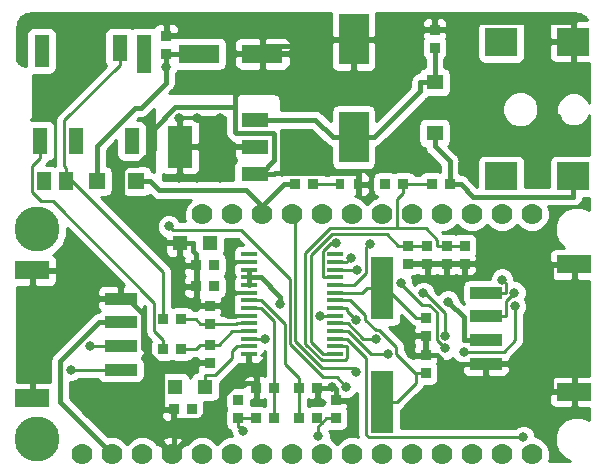
<source format=gtl>
G04 #@! TF.GenerationSoftware,KiCad,Pcbnew,(2018-02-15 revision 29b28de31)-makepkg*
G04 #@! TF.CreationDate,2018-02-28T00:21:08+10:30*
G04 #@! TF.ProjectId,ATM90E26_Featherwing,41544D39304532365F46656174686572,rev?*
G04 #@! TF.SameCoordinates,Original*
G04 #@! TF.FileFunction,Copper,L1,Top,Signal*
G04 #@! TF.FilePolarity,Positive*
%FSLAX46Y46*%
G04 Gerber Fmt 4.6, Leading zero omitted, Abs format (unit mm)*
G04 Created by KiCad (PCBNEW (2018-02-15 revision 29b28de31)-makepkg) date 02/28/18 00:21:08*
%MOMM*%
%LPD*%
G01*
G04 APERTURE LIST*
%ADD10R,0.889000X0.889000*%
%ADD11R,1.397000X0.348000*%
%ADD12R,2.286000X1.270000*%
%ADD13R,2.159000X3.556000*%
%ADD14R,1.470000X1.270000*%
%ADD15R,0.762000X0.889000*%
%ADD16R,2.740000X1.010000*%
%ADD17R,3.000000X1.500000*%
%ADD18R,1.930400X5.334000*%
%ADD19C,3.810000*%
%ADD20C,1.778000*%
%ADD21R,2.800000X2.400000*%
%ADD22R,1.270000X1.270000*%
%ADD23R,1.270000X3.302000*%
%ADD24R,1.270000X2.286000*%
%ADD25R,1.270000X2.794000*%
%ADD26R,3.500000X1.600000*%
%ADD27R,2.500000X4.300000*%
%ADD28R,1.300000X1.500000*%
%ADD29R,1.397000X1.397000*%
%ADD30C,0.800000*%
%ADD31C,0.400000*%
%ADD32C,0.347800*%
%ADD33C,0.250000*%
%ADD34C,0.254000*%
G04 APERTURE END LIST*
D10*
X158885000Y-115037000D03*
X158885000Y-116561000D03*
X158885000Y-113386000D03*
X158885000Y-111862000D03*
X162187000Y-105766000D03*
X162187000Y-107290000D03*
X157361000Y-105766000D03*
X157361000Y-107290000D03*
X140978000Y-109195000D03*
X139454000Y-109195000D03*
X139454000Y-107417000D03*
X140978000Y-107417000D03*
X139073000Y-119609000D03*
X137549000Y-119609000D03*
X149715000Y-117780000D03*
X148191000Y-117780000D03*
X146058000Y-117780000D03*
X144534000Y-117780000D03*
X159647000Y-89001600D03*
X159647000Y-87477600D03*
X136914000Y-89509600D03*
X136914000Y-87985600D03*
X140597000Y-114148000D03*
X140597000Y-115672000D03*
X140597000Y-112370000D03*
X140597000Y-110846000D03*
D11*
X151238000Y-106494000D03*
X151238000Y-107144000D03*
X151238000Y-107794000D03*
X151238000Y-108444000D03*
X151238000Y-109094000D03*
X151238000Y-109744000D03*
X151238000Y-110394000D03*
X151238000Y-111694000D03*
X151238000Y-111044000D03*
X151238000Y-112344000D03*
X151238000Y-112994000D03*
X151238000Y-113644000D03*
X151238000Y-114294000D03*
X151238000Y-114944000D03*
X143926000Y-106494000D03*
X143926000Y-107144000D03*
X143926000Y-107794000D03*
X143926000Y-108444000D03*
X143926000Y-109094000D03*
X143926000Y-109744000D03*
X143926000Y-110394000D03*
X143926000Y-111044000D03*
X143926000Y-111694000D03*
X143926000Y-112344000D03*
X143926000Y-112994000D03*
X143926000Y-113644000D03*
X143926000Y-114294000D03*
X143926000Y-114944000D03*
D12*
X144407000Y-99669600D03*
X144407000Y-97383600D03*
X144407000Y-95097600D03*
D13*
X138057000Y-97383600D03*
D14*
X159647000Y-96231600D03*
X159647000Y-91931600D03*
D10*
X143010000Y-118847000D03*
X143010000Y-120371000D03*
X144534000Y-120371000D03*
X146058000Y-120371000D03*
X138184000Y-114529000D03*
X136660000Y-114529000D03*
X160663000Y-105766000D03*
X160663000Y-107290000D03*
X159012000Y-107290000D03*
X159012000Y-105766000D03*
X136660000Y-111989000D03*
X138184000Y-111989000D03*
X151265000Y-120371000D03*
X151265000Y-118847000D03*
X149715000Y-120371000D03*
X148191000Y-120371000D03*
X160917000Y-100559000D03*
X159393000Y-100559000D03*
X155456000Y-100559000D03*
X156980000Y-100559000D03*
X147836000Y-100559000D03*
X149360000Y-100559000D03*
D15*
X151646000Y-100559000D03*
X153170000Y-100559000D03*
D16*
X163992000Y-109751000D03*
X163992000Y-111751000D03*
X163992000Y-113751000D03*
X163992000Y-115751000D03*
D17*
X171492000Y-107351000D03*
X171492000Y-118151000D03*
X125577000Y-107859000D03*
X125577000Y-118659000D03*
D16*
X133077000Y-110259000D03*
X133077000Y-112259000D03*
X133077000Y-114259000D03*
X133077000Y-116259000D03*
D18*
X155202000Y-118974000D03*
X155202000Y-109322000D03*
D19*
X125992000Y-104369000D03*
X125992000Y-122149000D03*
D20*
X139962000Y-103099000D03*
X142502000Y-103099000D03*
X145042000Y-103099000D03*
X147582000Y-103099000D03*
X150122000Y-103099000D03*
X152662000Y-103099000D03*
X155202000Y-103099000D03*
X157742000Y-103099000D03*
X160282000Y-103099000D03*
X162822000Y-103099000D03*
X165362000Y-103099000D03*
X167902000Y-103099000D03*
X139962000Y-123419000D03*
X142502000Y-123419000D03*
X145042000Y-123419000D03*
X147582000Y-123419000D03*
X150122000Y-123419000D03*
X152662000Y-123419000D03*
X155202000Y-123419000D03*
X157742000Y-123419000D03*
X160282000Y-123419000D03*
X162822000Y-123419000D03*
X165362000Y-123419000D03*
X167902000Y-123419000D03*
X137422000Y-123419000D03*
X134882000Y-123419000D03*
X132342000Y-123419000D03*
X129802000Y-123419000D03*
D21*
X165297000Y-99908600D03*
X165297000Y-88508600D03*
X171397000Y-88508600D03*
X171397000Y-99908600D03*
D22*
X140216000Y-117704000D03*
X137676000Y-117704000D03*
X138057000Y-105512000D03*
X140597000Y-105512000D03*
D23*
X135009000Y-89509600D03*
D24*
X132977000Y-89001600D03*
D25*
X126373000Y-89255600D03*
D24*
X133993000Y-96875600D03*
X129294000Y-96875600D03*
X126246000Y-96875600D03*
D26*
X139675000Y-89509600D03*
X145075000Y-89509600D03*
D27*
X152789000Y-96580600D03*
X152789000Y-88280600D03*
D28*
X126566000Y-100305000D03*
X128466000Y-100305000D03*
D29*
X134374000Y-100305000D03*
X131072000Y-100305000D03*
D30*
X128000000Y-94000000D03*
X128000000Y-92000000D03*
X170000000Y-95000000D03*
X170000000Y-92500000D03*
X165000000Y-95000000D03*
X165000000Y-92500000D03*
X142516100Y-108444000D03*
X157612400Y-114932100D03*
X142148000Y-111518800D03*
X150947000Y-117701300D03*
X146579900Y-110733700D03*
X160779200Y-110497200D03*
X155677100Y-114958600D03*
X154681300Y-113671800D03*
X154144000Y-105598000D03*
X143438700Y-121438700D03*
X149802200Y-121870900D03*
X130510600Y-114259000D03*
X158679900Y-109796900D03*
X160554100Y-113405700D03*
X152539100Y-106801200D03*
X128846800Y-116259000D03*
X166447100Y-110900100D03*
X162097800Y-114751000D03*
X153101500Y-107794000D03*
X166414400Y-109744300D03*
X165362000Y-108637700D03*
X156794800Y-108896300D03*
X160540000Y-114470200D03*
X153020900Y-116444600D03*
X151265000Y-105520100D03*
X152189900Y-117691900D03*
X137150500Y-104138700D03*
X145331600Y-113644000D03*
X167150300Y-121966400D03*
X153017800Y-112058400D03*
X149931900Y-111694000D03*
X138000000Y-95000000D03*
X139500000Y-95000000D03*
X141500000Y-95000000D03*
X141500000Y-100000000D03*
X139500000Y-100000000D03*
X138000000Y-100000000D03*
X136914000Y-90678000D03*
D31*
X144915000Y-99669600D02*
X146050001Y-98534599D01*
X146050001Y-98534599D02*
X146050001Y-96348599D01*
X146050001Y-96348599D02*
X145950001Y-96248599D01*
X145950001Y-96248599D02*
X142863999Y-96248599D01*
X142763700Y-96148300D02*
X142763700Y-94044300D01*
X142863999Y-96248599D02*
X142763700Y-96148300D01*
X144407000Y-99669600D02*
X144915000Y-99669600D01*
D32*
X143926000Y-114968500D02*
X143926000Y-114944000D01*
D31*
X146105700Y-99614200D02*
X153170000Y-99614200D01*
X146050300Y-99669600D02*
X146105700Y-99614200D01*
X153170000Y-100559000D02*
X153170000Y-99614200D01*
X145228700Y-99669600D02*
X146050300Y-99669600D01*
X145228700Y-99669600D02*
X144407000Y-99669600D01*
X125577000Y-107859000D02*
X127577300Y-107859000D01*
X161261100Y-86808300D02*
X160591800Y-87477600D01*
X171397000Y-86808300D02*
X161261100Y-86808300D01*
X171397000Y-88508600D02*
X171397000Y-86808300D01*
X158885000Y-113386000D02*
X158885000Y-114330800D01*
X143926000Y-116227200D02*
X144534000Y-116835200D01*
X143926000Y-114968500D02*
X143926000Y-116227200D01*
X144851300Y-87985600D02*
X145075000Y-88209300D01*
X136914000Y-87985600D02*
X144851300Y-87985600D01*
X160663000Y-107290000D02*
X162187000Y-107290000D01*
X171492000Y-118151000D02*
X169491700Y-118151000D01*
X160119400Y-87477600D02*
X160591800Y-87477600D01*
X160119400Y-87477600D02*
X159647000Y-87477600D01*
X155342300Y-87477600D02*
X154539300Y-88280600D01*
X159647000Y-87477600D02*
X155342300Y-87477600D01*
X152789000Y-88280600D02*
X154539300Y-88280600D01*
X139652200Y-110338000D02*
X139652200Y-110846000D01*
X139454000Y-110139800D02*
X139652200Y-110338000D01*
X139454000Y-109195000D02*
X139454000Y-110139800D01*
X140597000Y-110846000D02*
X139652200Y-110846000D01*
X145075000Y-89509600D02*
X145075000Y-88859400D01*
X145075000Y-88859400D02*
X145075000Y-88209300D01*
X150459900Y-88859400D02*
X151038700Y-88280600D01*
X145075000Y-88859400D02*
X150459900Y-88859400D01*
X152789000Y-88280600D02*
X151038700Y-88280600D01*
X144534000Y-117780000D02*
X144534000Y-117399400D01*
X144534000Y-117399400D02*
X144534000Y-116835200D01*
X171492000Y-107351000D02*
X169491700Y-107351000D01*
X163992000Y-115751000D02*
X162121700Y-115751000D01*
X158885000Y-115037000D02*
X158885000Y-114330800D01*
X163992000Y-115751000D02*
X165862300Y-115751000D01*
X158885000Y-115037000D02*
X159829800Y-115037000D01*
X137549000Y-119609000D02*
X137549000Y-120553800D01*
X139724800Y-120553800D02*
X137549000Y-120553800D01*
X140017800Y-120260800D02*
X139724800Y-120553800D01*
X140017800Y-120203700D02*
X140017800Y-120260800D01*
X142822100Y-117399400D02*
X140017800Y-120203700D01*
X144534000Y-117399400D02*
X142822100Y-117399400D01*
X137549000Y-123292000D02*
X137422000Y-123419000D01*
X137549000Y-120553800D02*
X137549000Y-123292000D01*
X137549000Y-119609000D02*
X136604200Y-119609000D01*
X136532100Y-118592100D02*
X136532100Y-115791800D01*
X136604200Y-118664200D02*
X136532100Y-118592100D01*
X136604200Y-119609000D02*
X136604200Y-118664200D01*
X136297700Y-115791800D02*
X136532100Y-115791800D01*
X134947400Y-114441500D02*
X136297700Y-115791800D01*
X134947400Y-111526600D02*
X134947400Y-114441500D01*
X133679800Y-110259000D02*
X134947400Y-111526600D01*
X133077000Y-110259000D02*
X133679800Y-110259000D01*
X139532400Y-115791800D02*
X139652200Y-115672000D01*
X136532100Y-115791800D02*
X139532400Y-115791800D01*
X140597000Y-115672000D02*
X139652200Y-115672000D01*
D32*
X142727000Y-111694000D02*
X143926000Y-111694000D01*
D31*
X169491700Y-116093200D02*
X168844000Y-115445500D01*
X169491700Y-118151000D02*
X169491700Y-116093200D01*
X166167800Y-115445500D02*
X165862300Y-115751000D01*
X168844000Y-115445500D02*
X166167800Y-115445500D01*
X158885000Y-115037000D02*
X157940200Y-115037000D01*
X160543800Y-115751000D02*
X162121700Y-115751000D01*
X159829800Y-115037000D02*
X160543800Y-115751000D01*
X160663000Y-107290000D02*
X159012000Y-107290000D01*
X159012000Y-107290000D02*
X157361000Y-107290000D01*
X125577000Y-114659300D02*
X125577000Y-118659000D01*
X129977300Y-110259000D02*
X125577000Y-114659300D01*
X127577300Y-107859000D02*
X129977300Y-110259000D01*
X129977300Y-110259000D02*
X133077000Y-110259000D01*
D32*
X142727100Y-107144000D02*
X143926000Y-107144000D01*
D31*
X169491700Y-114797800D02*
X169491700Y-107351000D01*
X168844000Y-115445500D02*
X169491700Y-114797800D01*
X163192800Y-107351000D02*
X163131800Y-107290000D01*
X169491700Y-107351000D02*
X163192800Y-107351000D01*
X162187000Y-107290000D02*
X163131800Y-107290000D01*
X145075000Y-89509600D02*
X145075000Y-90809900D01*
X137673000Y-94044300D02*
X142763700Y-94044300D01*
X135866300Y-95851000D02*
X137673000Y-94044300D01*
X135866300Y-97547400D02*
X135866300Y-95851000D01*
X134452300Y-98961400D02*
X135866300Y-97547400D01*
X133583100Y-98961400D02*
X134452300Y-98961400D01*
X133175200Y-99369300D02*
X133583100Y-98961400D01*
X133175200Y-101765500D02*
X133175200Y-99369300D01*
X136921700Y-105512000D02*
X133175200Y-101765500D01*
X142763700Y-93121200D02*
X145075000Y-90809900D01*
X142763700Y-94044300D02*
X142763700Y-93121200D01*
X138057000Y-105512000D02*
X136921700Y-105512000D01*
X157835300Y-114932100D02*
X157612400Y-114932100D01*
X157940200Y-115037000D02*
X157835300Y-114932100D01*
X139454000Y-107417000D02*
X139454000Y-109195000D01*
X139192300Y-106210500D02*
X139192300Y-105512000D01*
X139454000Y-106472200D02*
X139192300Y-106210500D01*
X139454000Y-107417000D02*
X139454000Y-106472200D01*
X138057000Y-105512000D02*
X139192300Y-105512000D01*
X142323200Y-111694000D02*
X142148000Y-111518800D01*
X142727000Y-111694000D02*
X142323200Y-111694000D01*
X141541800Y-110912600D02*
X141541800Y-110846000D01*
X142148000Y-111518800D02*
X141541800Y-110912600D01*
X140597000Y-110846000D02*
X141541800Y-110846000D01*
X142516100Y-107355000D02*
X142516100Y-108444000D01*
X142727100Y-107144000D02*
X142516100Y-107355000D01*
D32*
X142727100Y-109744000D02*
X143926000Y-109744000D01*
D31*
X142727100Y-109744000D02*
X142516100Y-109744000D01*
X142516100Y-108444000D02*
X142516100Y-109744000D01*
X142516100Y-109871700D02*
X141541800Y-110846000D01*
X142516100Y-109744000D02*
X142516100Y-109871700D01*
X151265000Y-118847000D02*
X151265000Y-117902200D01*
X149715000Y-117780000D02*
X150659800Y-117780000D01*
X150738500Y-117701300D02*
X150947000Y-117701300D01*
X150659800Y-117780000D02*
X150738500Y-117701300D01*
X151064100Y-117701300D02*
X151265000Y-117902200D01*
X150947000Y-117701300D02*
X151064100Y-117701300D01*
X143926000Y-109069600D02*
X143926000Y-108444000D01*
X143926000Y-108444000D02*
X143926000Y-107818500D01*
D32*
X143926000Y-109069600D02*
X143926000Y-109094000D01*
X143926000Y-107818500D02*
X143926000Y-107794000D01*
D31*
X143926000Y-108444000D02*
X144949700Y-108444000D01*
X163992000Y-113751000D02*
X162121700Y-113751000D01*
X127938100Y-115527600D02*
X131206700Y-112259000D01*
X127938100Y-119015100D02*
X127938100Y-115527600D01*
X132342000Y-123419000D02*
X127938100Y-119015100D01*
X133077000Y-112259000D02*
X131206700Y-112259000D01*
X162121700Y-111839700D02*
X160779200Y-110497200D01*
X162121700Y-113751000D02*
X162121700Y-111839700D01*
X146579900Y-110074200D02*
X146579900Y-110733700D01*
X144949700Y-108444000D02*
X146579900Y-110074200D01*
D33*
X142512500Y-114683700D02*
X142902200Y-114294000D01*
X142512500Y-115274400D02*
X142512500Y-114683700D01*
X141043200Y-116743700D02*
X142512500Y-115274400D01*
X140216000Y-116743700D02*
X141043200Y-116743700D01*
X140216000Y-117704000D02*
X140216000Y-116743700D01*
X143926000Y-114294000D02*
X142902200Y-114294000D01*
X139446200Y-114529000D02*
X139827200Y-114148000D01*
X138184000Y-114529000D02*
X139446200Y-114529000D01*
X140597000Y-114148000D02*
X139827200Y-114148000D01*
X142520800Y-112994000D02*
X141366800Y-114148000D01*
X143926000Y-112994000D02*
X142520800Y-112994000D01*
X140597000Y-114148000D02*
X141366800Y-114148000D01*
X159393000Y-100559000D02*
X158623200Y-100559000D01*
X158623200Y-100559000D02*
X156980000Y-100559000D01*
X156980000Y-100559000D02*
X156980000Y-101328800D01*
X160663000Y-105766000D02*
X162187000Y-105766000D01*
X160663000Y-105766000D02*
X159893200Y-105766000D01*
X156472000Y-101836800D02*
X156980000Y-101328800D01*
X156472000Y-104313400D02*
X156472000Y-101836800D01*
X159893200Y-105284900D02*
X159893200Y-105766000D01*
X158921700Y-104313400D02*
X159893200Y-105284900D01*
X156472000Y-104313400D02*
X158921700Y-104313400D01*
X150794900Y-104313400D02*
X156472000Y-104313400D01*
X148699800Y-106408500D02*
X150794900Y-104313400D01*
X148699800Y-114074900D02*
X148699800Y-106408500D01*
X150088800Y-115463900D02*
X148699800Y-114074900D01*
X152091500Y-115463900D02*
X150088800Y-115463900D01*
X152261800Y-115293600D02*
X152091500Y-115463900D01*
X152261800Y-114294000D02*
X152261800Y-115293600D01*
X151238000Y-114294000D02*
X152261800Y-114294000D01*
X157361000Y-105766000D02*
X158130800Y-105766000D01*
X159012000Y-105766000D02*
X158130800Y-105766000D01*
X155589000Y-104763800D02*
X156591200Y-105766000D01*
X150991700Y-104763800D02*
X155589000Y-104763800D01*
X149164400Y-106591100D02*
X150991700Y-104763800D01*
X149164400Y-113894200D02*
X149164400Y-106591100D01*
X150214200Y-114944000D02*
X149164400Y-113894200D01*
X151238000Y-114944000D02*
X150214200Y-114944000D01*
X157361000Y-105766000D02*
X156591200Y-105766000D01*
X139446200Y-111989000D02*
X139827200Y-112370000D01*
X138184000Y-111989000D02*
X139446200Y-111989000D01*
X140597000Y-112370000D02*
X139827200Y-112370000D01*
X140597000Y-112370000D02*
X141366800Y-112370000D01*
X142876200Y-112370000D02*
X142902200Y-112344000D01*
X141366800Y-112370000D02*
X142876200Y-112370000D01*
X143926000Y-112344000D02*
X142902200Y-112344000D01*
X146058000Y-120371000D02*
X146058000Y-117780000D01*
X146058000Y-112152200D02*
X146058000Y-117010200D01*
X144949800Y-111044000D02*
X146058000Y-112152200D01*
X143926000Y-111044000D02*
X144949800Y-111044000D01*
X146058000Y-117780000D02*
X146058000Y-117010200D01*
X155202000Y-118974000D02*
X156492500Y-118974000D01*
X158885000Y-116561000D02*
X158115200Y-116561000D01*
X158069900Y-117396600D02*
X158069900Y-116606300D01*
X156492500Y-118974000D02*
X158069900Y-117396600D01*
X158069900Y-116606300D02*
X158115200Y-116561000D01*
X151238000Y-110394000D02*
X152261800Y-110394000D01*
X152461300Y-110394000D02*
X152261800Y-110394000D01*
X153743100Y-111675800D02*
X152461300Y-110394000D01*
X153743100Y-112021900D02*
X153743100Y-111675800D01*
X154667700Y-112946500D02*
X153743100Y-112021900D01*
X154981800Y-112946500D02*
X154667700Y-112946500D01*
X156402400Y-114367100D02*
X154981800Y-112946500D01*
X156402400Y-114938800D02*
X156402400Y-114367100D01*
X158069900Y-116606300D02*
X156402400Y-114938800D01*
X155575200Y-109322000D02*
X155202000Y-109322000D01*
X158115200Y-111862000D02*
X155575200Y-109322000D01*
X158885000Y-111862000D02*
X158115200Y-111862000D01*
X153489500Y-109744000D02*
X153911500Y-109322000D01*
X151238000Y-109744000D02*
X153489500Y-109744000D01*
X155202000Y-109322000D02*
X153911500Y-109322000D01*
X148191000Y-120371000D02*
X148191000Y-117780000D01*
X143926000Y-110394000D02*
X144949800Y-110394000D01*
X148191000Y-117780000D02*
X148191000Y-117010200D01*
X146954900Y-115774100D02*
X148191000Y-117010200D01*
X146954900Y-112399100D02*
X146954900Y-115774100D01*
X144949800Y-110394000D02*
X146954900Y-112399100D01*
X154255400Y-114958600D02*
X155677100Y-114958600D01*
X152290800Y-112994000D02*
X154255400Y-114958600D01*
X151238000Y-112994000D02*
X152290800Y-112994000D01*
X153605500Y-113671800D02*
X154681300Y-113671800D01*
X152277700Y-112344000D02*
X153605500Y-113671800D01*
X151238000Y-112344000D02*
X152277700Y-112344000D01*
X153873800Y-105868200D02*
X154144000Y-105598000D01*
X153873800Y-108047500D02*
X153873800Y-105868200D01*
X152827300Y-109094000D02*
X153873800Y-108047500D01*
X151238000Y-109094000D02*
X152827300Y-109094000D01*
D31*
X147836000Y-100559000D02*
X146891200Y-100559000D01*
X134374000Y-100305000D02*
X135572800Y-100305000D01*
X143711500Y-101077700D02*
X145042000Y-102408200D01*
X136345500Y-101077700D02*
X143711500Y-101077700D01*
X135572800Y-100305000D02*
X136345500Y-101077700D01*
X146891200Y-100559000D02*
X145042000Y-102408200D01*
X145042000Y-102408200D02*
X145042000Y-103099000D01*
D33*
X144534000Y-120371000D02*
X143764200Y-120371000D01*
X143010000Y-120371000D02*
X143764200Y-120371000D01*
X143140800Y-121140800D02*
X143438700Y-121438700D01*
X143010000Y-121140800D02*
X143140800Y-121140800D01*
X143010000Y-120371000D02*
X143010000Y-121140800D01*
X151265000Y-120371000D02*
X150495200Y-120371000D01*
X149715000Y-120371000D02*
X150105100Y-120761100D01*
X149802200Y-121064000D02*
X150105100Y-120761100D01*
X149802200Y-121870900D02*
X149802200Y-121064000D01*
X150105100Y-120761100D02*
X150495200Y-120371000D01*
X136660000Y-114529000D02*
X136660000Y-113759200D01*
X126246000Y-96875600D02*
X126246000Y-98343900D01*
X135890200Y-112989400D02*
X136660000Y-113759200D01*
X135890200Y-110580300D02*
X135890200Y-112989400D01*
X127329700Y-102019800D02*
X135890200Y-110580300D01*
X126351400Y-102019800D02*
X127329700Y-102019800D01*
X125590600Y-101259000D02*
X126351400Y-102019800D01*
X125590600Y-98999300D02*
X125590600Y-101259000D01*
X126246000Y-98343900D02*
X125590600Y-98999300D01*
X136660000Y-111989000D02*
X136660000Y-111219200D01*
X128466000Y-100305000D02*
X128953700Y-100305000D01*
X136660000Y-108011300D02*
X136660000Y-111219200D01*
X128953700Y-100305000D02*
X136660000Y-108011300D01*
X128292600Y-99056300D02*
X128466000Y-99229700D01*
X128292600Y-95154300D02*
X128292600Y-99056300D01*
X132977000Y-90469900D02*
X128292600Y-95154300D01*
X132977000Y-89001600D02*
X132977000Y-90469900D01*
X128466000Y-100305000D02*
X128466000Y-99229700D01*
X133077000Y-114259000D02*
X131381700Y-114259000D01*
X151238000Y-107144000D02*
X152261800Y-107144000D01*
X152261800Y-107078500D02*
X152539100Y-106801200D01*
X152261800Y-107144000D02*
X152261800Y-107078500D01*
X131381700Y-114259000D02*
X130510600Y-114259000D01*
X158856300Y-109796900D02*
X158679900Y-109796900D01*
X160554100Y-111494700D02*
X158856300Y-109796900D01*
X160554100Y-113405700D02*
X160554100Y-111494700D01*
X132229400Y-116259000D02*
X131381700Y-116259000D01*
X132229400Y-116259000D02*
X133077000Y-116259000D01*
X131381700Y-116259000D02*
X128846800Y-116259000D01*
X166447100Y-113796400D02*
X166447100Y-110900100D01*
X165492500Y-114751000D02*
X166447100Y-113796400D01*
X162097800Y-114751000D02*
X165492500Y-114751000D01*
X151238000Y-107794000D02*
X153101500Y-107794000D01*
X163992000Y-111751000D02*
X165687300Y-111751000D01*
X165687300Y-110471400D02*
X166414400Y-109744300D01*
X165687300Y-111751000D02*
X165687300Y-110471400D01*
X163992000Y-109751000D02*
X165687300Y-109751000D01*
X165687300Y-108963000D02*
X165362000Y-108637700D01*
X165687300Y-109751000D02*
X165687300Y-108963000D01*
X156794800Y-108984800D02*
X156794800Y-108896300D01*
X158578500Y-110768500D02*
X156794800Y-108984800D01*
X159191000Y-110768500D02*
X158578500Y-110768500D01*
X159828700Y-111406200D02*
X159191000Y-110768500D01*
X159828700Y-113758900D02*
X159828700Y-111406200D01*
X160540000Y-114470200D02*
X159828700Y-113758900D01*
X152738200Y-116161900D02*
X153020900Y-116444600D01*
X150149900Y-116161900D02*
X152738200Y-116161900D01*
X147855500Y-113867500D02*
X150149900Y-116161900D01*
X147855500Y-103372500D02*
X147855500Y-113867500D01*
X147582000Y-103099000D02*
X147855500Y-103372500D01*
X151238000Y-108444000D02*
X150214200Y-108444000D01*
X150874400Y-105520100D02*
X151265000Y-105520100D01*
X150214200Y-106180300D02*
X150874400Y-105520100D01*
X150214200Y-108444000D02*
X150214200Y-106180300D01*
X151373900Y-116875900D02*
X152189900Y-117691900D01*
X150227000Y-116875900D02*
X151373900Y-116875900D01*
X147405200Y-114054100D02*
X150227000Y-116875900D01*
X147405200Y-108575200D02*
X147405200Y-114054100D01*
X143281600Y-104451600D02*
X147405200Y-108575200D01*
X137463400Y-104451600D02*
X143281600Y-104451600D01*
X137150500Y-104138700D02*
X137463400Y-104451600D01*
X143926000Y-113644000D02*
X145331600Y-113644000D01*
X151238000Y-113644000D02*
X152261800Y-113644000D01*
X153859300Y-115241500D02*
X152261800Y-113644000D01*
X153859300Y-121757200D02*
X153859300Y-115241500D01*
X154068500Y-121966400D02*
X153859300Y-121757200D01*
X167150300Y-121966400D02*
X154068500Y-121966400D01*
X152261800Y-111302400D02*
X153017800Y-112058400D01*
X152261800Y-111044000D02*
X152261800Y-111302400D01*
X151238000Y-111044000D02*
X152261800Y-111044000D01*
X151238000Y-111694000D02*
X150214200Y-111694000D01*
X150214200Y-111694000D02*
X149931900Y-111694000D01*
X149360000Y-100559000D02*
X151646000Y-100559000D01*
D31*
X144407000Y-97383600D02*
X138057000Y-97383600D01*
X131072000Y-100305000D02*
X131072000Y-99106200D01*
X136914000Y-91952700D02*
X136914000Y-90678000D01*
X134773300Y-94093400D02*
X136914000Y-91952700D01*
X134289600Y-94093400D02*
X134773300Y-94093400D01*
X131072000Y-97311000D02*
X134289600Y-94093400D01*
X131072000Y-99106200D02*
X131072000Y-97311000D01*
X139675000Y-89509600D02*
X137424700Y-89509600D01*
X136914000Y-90678000D02*
X136914000Y-89509600D01*
X136914000Y-89509600D02*
X137424700Y-89509600D01*
X159647000Y-91931600D02*
X159647000Y-89001600D01*
X152789000Y-96580600D02*
X154539300Y-96580600D01*
X158411700Y-92708200D02*
X154539300Y-96580600D01*
X158411700Y-91931600D02*
X158411700Y-92708200D01*
X159647000Y-91931600D02*
X158411700Y-91931600D01*
X149555700Y-95097600D02*
X151038700Y-96580600D01*
X144407000Y-95097600D02*
X149555700Y-95097600D01*
X152789000Y-96580600D02*
X151038700Y-96580600D01*
X171397000Y-99908600D02*
X171397000Y-101608900D01*
X162911700Y-101608900D02*
X171397000Y-101608900D01*
X161861800Y-100559000D02*
X162911700Y-101608900D01*
X160917000Y-100559000D02*
X161861800Y-100559000D01*
X160917000Y-98636900D02*
X160917000Y-100559000D01*
X159647000Y-97366900D02*
X160917000Y-98636900D01*
X159647000Y-96231600D02*
X159647000Y-97366900D01*
D34*
G36*
X141928700Y-96066067D02*
X141912343Y-96148300D01*
X141928700Y-96230533D01*
X141928700Y-96230536D01*
X141977148Y-96474100D01*
X142161699Y-96750301D01*
X142221824Y-96790475D01*
X142261998Y-96850600D01*
X142538198Y-97035151D01*
X142629000Y-97053213D01*
X142629000Y-97097850D01*
X142787750Y-97256600D01*
X144280000Y-97256600D01*
X144280000Y-97236600D01*
X144534000Y-97236600D01*
X144534000Y-97256600D01*
X144554000Y-97256600D01*
X144554000Y-97510600D01*
X144534000Y-97510600D01*
X144534000Y-97530600D01*
X144280000Y-97530600D01*
X144280000Y-97510600D01*
X142787750Y-97510600D01*
X142629000Y-97669350D01*
X142629000Y-98144909D01*
X142725673Y-98378298D01*
X142876911Y-98529537D01*
X142806191Y-98576791D01*
X142665843Y-98786835D01*
X142616560Y-99034600D01*
X142616560Y-100242700D01*
X136691368Y-100242700D01*
X136627000Y-100178332D01*
X136627000Y-99703737D01*
X136851190Y-99796600D01*
X137771250Y-99796600D01*
X137930000Y-99637850D01*
X137930000Y-97510600D01*
X138184000Y-97510600D01*
X138184000Y-99637850D01*
X138342750Y-99796600D01*
X139262810Y-99796600D01*
X139496199Y-99699927D01*
X139674827Y-99521298D01*
X139771500Y-99287909D01*
X139771500Y-97669350D01*
X139612750Y-97510600D01*
X138184000Y-97510600D01*
X137930000Y-97510600D01*
X137910000Y-97510600D01*
X137910000Y-97256600D01*
X137930000Y-97256600D01*
X137930000Y-95129350D01*
X138184000Y-95129350D01*
X138184000Y-97256600D01*
X139612750Y-97256600D01*
X139771500Y-97097850D01*
X139771500Y-95479291D01*
X139674827Y-95245902D01*
X139496199Y-95067273D01*
X139262810Y-94970600D01*
X138342750Y-94970600D01*
X138184000Y-95129350D01*
X137930000Y-95129350D01*
X137849409Y-95048759D01*
X138018868Y-94879300D01*
X141928701Y-94879300D01*
X141928700Y-96066067D01*
X141928700Y-96066067D01*
G37*
X141928700Y-96066067D02*
X141912343Y-96148300D01*
X141928700Y-96230533D01*
X141928700Y-96230536D01*
X141977148Y-96474100D01*
X142161699Y-96750301D01*
X142221824Y-96790475D01*
X142261998Y-96850600D01*
X142538198Y-97035151D01*
X142629000Y-97053213D01*
X142629000Y-97097850D01*
X142787750Y-97256600D01*
X144280000Y-97256600D01*
X144280000Y-97236600D01*
X144534000Y-97236600D01*
X144534000Y-97256600D01*
X144554000Y-97256600D01*
X144554000Y-97510600D01*
X144534000Y-97510600D01*
X144534000Y-97530600D01*
X144280000Y-97530600D01*
X144280000Y-97510600D01*
X142787750Y-97510600D01*
X142629000Y-97669350D01*
X142629000Y-98144909D01*
X142725673Y-98378298D01*
X142876911Y-98529537D01*
X142806191Y-98576791D01*
X142665843Y-98786835D01*
X142616560Y-99034600D01*
X142616560Y-100242700D01*
X136691368Y-100242700D01*
X136627000Y-100178332D01*
X136627000Y-99703737D01*
X136851190Y-99796600D01*
X137771250Y-99796600D01*
X137930000Y-99637850D01*
X137930000Y-97510600D01*
X138184000Y-97510600D01*
X138184000Y-99637850D01*
X138342750Y-99796600D01*
X139262810Y-99796600D01*
X139496199Y-99699927D01*
X139674827Y-99521298D01*
X139771500Y-99287909D01*
X139771500Y-97669350D01*
X139612750Y-97510600D01*
X138184000Y-97510600D01*
X137930000Y-97510600D01*
X137910000Y-97510600D01*
X137910000Y-97256600D01*
X137930000Y-97256600D01*
X137930000Y-95129350D01*
X138184000Y-95129350D01*
X138184000Y-97256600D01*
X139612750Y-97256600D01*
X139771500Y-97097850D01*
X139771500Y-95479291D01*
X139674827Y-95245902D01*
X139496199Y-95067273D01*
X139262810Y-94970600D01*
X138342750Y-94970600D01*
X138184000Y-95129350D01*
X137930000Y-95129350D01*
X137849409Y-95048759D01*
X138018868Y-94879300D01*
X141928701Y-94879300D01*
X141928700Y-96066067D01*
G36*
X172741524Y-102733486D02*
X172090928Y-102464000D01*
X171333072Y-102464000D01*
X170632904Y-102754019D01*
X170097019Y-103289904D01*
X169807000Y-103990072D01*
X169807000Y-104747928D01*
X170097019Y-105448096D01*
X170614923Y-105966000D01*
X169865691Y-105966000D01*
X169632302Y-106062673D01*
X169453673Y-106241301D01*
X169357000Y-106474690D01*
X169357000Y-107065250D01*
X169515750Y-107224000D01*
X171365000Y-107224000D01*
X171365000Y-107204000D01*
X171619000Y-107204000D01*
X171619000Y-107224000D01*
X171639000Y-107224000D01*
X171639000Y-107478000D01*
X171619000Y-107478000D01*
X171619000Y-108577250D01*
X171777750Y-108736000D01*
X172741525Y-108736000D01*
X172741525Y-116766000D01*
X171777750Y-116766000D01*
X171619000Y-116924750D01*
X171619000Y-118024000D01*
X171639000Y-118024000D01*
X171639000Y-118278000D01*
X171619000Y-118278000D01*
X171619000Y-119377250D01*
X171777750Y-119536000D01*
X172741525Y-119536000D01*
X172741525Y-120513486D01*
X172090928Y-120244000D01*
X171333072Y-120244000D01*
X170632904Y-120534019D01*
X170097019Y-121069904D01*
X169807000Y-121770072D01*
X169807000Y-122527928D01*
X170097019Y-123228096D01*
X170632904Y-123763981D01*
X171151040Y-123978600D01*
X169319772Y-123978600D01*
X169426000Y-123722142D01*
X169426000Y-123115858D01*
X169193985Y-122555723D01*
X168765277Y-122127015D01*
X168205142Y-121895000D01*
X168185300Y-121895000D01*
X168185300Y-121760526D01*
X168027731Y-121380120D01*
X167736580Y-121088969D01*
X167356174Y-120931400D01*
X166944426Y-120931400D01*
X166564020Y-121088969D01*
X166446589Y-121206400D01*
X156814640Y-121206400D01*
X156814640Y-119672797D01*
X157040429Y-119521929D01*
X157082831Y-119458470D01*
X158104552Y-118436750D01*
X169357000Y-118436750D01*
X169357000Y-119027310D01*
X169453673Y-119260699D01*
X169632302Y-119439327D01*
X169865691Y-119536000D01*
X171206250Y-119536000D01*
X171365000Y-119377250D01*
X171365000Y-118278000D01*
X169515750Y-118278000D01*
X169357000Y-118436750D01*
X158104552Y-118436750D01*
X158554376Y-117986927D01*
X158617829Y-117944529D01*
X158660227Y-117881076D01*
X158660229Y-117881074D01*
X158785803Y-117693138D01*
X158785804Y-117693137D01*
X158793800Y-117652940D01*
X159329500Y-117652940D01*
X159577265Y-117603657D01*
X159787309Y-117463309D01*
X159913341Y-117274690D01*
X169357000Y-117274690D01*
X169357000Y-117865250D01*
X169515750Y-118024000D01*
X171365000Y-118024000D01*
X171365000Y-116924750D01*
X171206250Y-116766000D01*
X169865691Y-116766000D01*
X169632302Y-116862673D01*
X169453673Y-117041301D01*
X169357000Y-117274690D01*
X159913341Y-117274690D01*
X159927657Y-117253265D01*
X159976940Y-117005500D01*
X159976940Y-116116500D01*
X159927657Y-115868735D01*
X159883682Y-115802922D01*
X159964500Y-115607809D01*
X159964500Y-115352096D01*
X160334126Y-115505200D01*
X160745874Y-115505200D01*
X161126280Y-115347631D01*
X161195843Y-115278068D01*
X161220369Y-115337280D01*
X161511520Y-115628431D01*
X161891926Y-115786000D01*
X161987000Y-115786000D01*
X161987000Y-115878002D01*
X162145748Y-115878002D01*
X161987000Y-116036750D01*
X161987000Y-116382310D01*
X162083673Y-116615699D01*
X162262302Y-116794327D01*
X162495691Y-116891000D01*
X163706250Y-116891000D01*
X163865000Y-116732250D01*
X163865000Y-115878000D01*
X164119000Y-115878000D01*
X164119000Y-116732250D01*
X164277750Y-116891000D01*
X165488309Y-116891000D01*
X165721698Y-116794327D01*
X165900327Y-116615699D01*
X165997000Y-116382310D01*
X165997000Y-116036750D01*
X165838250Y-115878000D01*
X164119000Y-115878000D01*
X163865000Y-115878000D01*
X163845000Y-115878000D01*
X163845000Y-115624000D01*
X163865000Y-115624000D01*
X163865000Y-115604000D01*
X164119000Y-115604000D01*
X164119000Y-115624000D01*
X165838250Y-115624000D01*
X165997000Y-115465250D01*
X165997000Y-115327947D01*
X166040429Y-115298929D01*
X166082831Y-115235470D01*
X166931573Y-114386729D01*
X166995029Y-114344329D01*
X167163004Y-114092937D01*
X167207100Y-113871252D01*
X167207100Y-113871248D01*
X167221988Y-113796401D01*
X167207100Y-113721554D01*
X167207100Y-111603811D01*
X167324531Y-111486380D01*
X167482100Y-111105974D01*
X167482100Y-110694226D01*
X167324531Y-110313820D01*
X167306317Y-110295606D01*
X167449400Y-109950174D01*
X167449400Y-109538426D01*
X167291831Y-109158020D01*
X167000680Y-108866869D01*
X166620274Y-108709300D01*
X166411725Y-108709300D01*
X166403204Y-108666463D01*
X166403204Y-108666462D01*
X166397000Y-108657177D01*
X166397000Y-108431826D01*
X166239431Y-108051420D01*
X165948280Y-107760269D01*
X165650079Y-107636750D01*
X169357000Y-107636750D01*
X169357000Y-108227310D01*
X169453673Y-108460699D01*
X169632302Y-108639327D01*
X169865691Y-108736000D01*
X171206250Y-108736000D01*
X171365000Y-108577250D01*
X171365000Y-107478000D01*
X169515750Y-107478000D01*
X169357000Y-107636750D01*
X165650079Y-107636750D01*
X165567874Y-107602700D01*
X165156126Y-107602700D01*
X164775720Y-107760269D01*
X164484569Y-108051420D01*
X164327000Y-108431826D01*
X164327000Y-108598560D01*
X162622000Y-108598560D01*
X162374235Y-108647843D01*
X162164191Y-108788191D01*
X162023843Y-108998235D01*
X161974560Y-109246000D01*
X161974560Y-110256000D01*
X162023843Y-110503765D01*
X162139049Y-110676181D01*
X161814200Y-110351333D01*
X161814200Y-110291326D01*
X161656631Y-109910920D01*
X161365480Y-109619769D01*
X160985074Y-109462200D01*
X160573326Y-109462200D01*
X160192920Y-109619769D01*
X159973445Y-109839244D01*
X159707598Y-109573396D01*
X159557331Y-109210620D01*
X159266180Y-108919469D01*
X158885774Y-108761900D01*
X158474026Y-108761900D01*
X158093620Y-108919469D01*
X157948945Y-109064144D01*
X157829800Y-108944999D01*
X157829800Y-108690426D01*
X157696868Y-108369500D01*
X157931810Y-108369500D01*
X158165199Y-108272827D01*
X158186500Y-108251526D01*
X158207801Y-108272827D01*
X158441190Y-108369500D01*
X158726250Y-108369500D01*
X158885000Y-108210750D01*
X158885000Y-107417000D01*
X159139000Y-107417000D01*
X159139000Y-108210750D01*
X159297750Y-108369500D01*
X159582810Y-108369500D01*
X159816199Y-108272827D01*
X159837500Y-108251526D01*
X159858801Y-108272827D01*
X160092190Y-108369500D01*
X160377250Y-108369500D01*
X160536000Y-108210750D01*
X160536000Y-107417000D01*
X160790000Y-107417000D01*
X160790000Y-108210750D01*
X160948750Y-108369500D01*
X161233810Y-108369500D01*
X161425000Y-108290306D01*
X161616190Y-108369500D01*
X161901250Y-108369500D01*
X162060000Y-108210750D01*
X162060000Y-107417000D01*
X162314000Y-107417000D01*
X162314000Y-108210750D01*
X162472750Y-108369500D01*
X162757810Y-108369500D01*
X162991199Y-108272827D01*
X163169827Y-108094198D01*
X163266500Y-107860809D01*
X163266500Y-107575750D01*
X163107750Y-107417000D01*
X162314000Y-107417000D01*
X162060000Y-107417000D01*
X160790000Y-107417000D01*
X160536000Y-107417000D01*
X159139000Y-107417000D01*
X158885000Y-107417000D01*
X157488000Y-107417000D01*
X157488000Y-107437000D01*
X157234000Y-107437000D01*
X157234000Y-107417000D01*
X157214000Y-107417000D01*
X157214000Y-107163000D01*
X157234000Y-107163000D01*
X157234000Y-107143000D01*
X157488000Y-107143000D01*
X157488000Y-107163000D01*
X158885000Y-107163000D01*
X158885000Y-107143000D01*
X159139000Y-107143000D01*
X159139000Y-107163000D01*
X160536000Y-107163000D01*
X160536000Y-107143000D01*
X160790000Y-107143000D01*
X160790000Y-107163000D01*
X162060000Y-107163000D01*
X162060000Y-107143000D01*
X162314000Y-107143000D01*
X162314000Y-107163000D01*
X163107750Y-107163000D01*
X163266500Y-107004250D01*
X163266500Y-106719191D01*
X163185682Y-106524078D01*
X163229657Y-106458265D01*
X163278940Y-106210500D01*
X163278940Y-105321500D01*
X163229657Y-105073735D01*
X163089309Y-104863691D01*
X162879265Y-104723343D01*
X162631500Y-104674060D01*
X161742500Y-104674060D01*
X161494735Y-104723343D01*
X161425000Y-104769939D01*
X161355265Y-104723343D01*
X161107500Y-104674060D01*
X160357163Y-104674060D01*
X160306103Y-104623000D01*
X160585142Y-104623000D01*
X161145277Y-104390985D01*
X161552000Y-103984262D01*
X161958723Y-104390985D01*
X162518858Y-104623000D01*
X163125142Y-104623000D01*
X163685277Y-104390985D01*
X164092000Y-103984262D01*
X164498723Y-104390985D01*
X165058858Y-104623000D01*
X165665142Y-104623000D01*
X166225277Y-104390985D01*
X166632000Y-103984262D01*
X167038723Y-104390985D01*
X167598858Y-104623000D01*
X168205142Y-104623000D01*
X168765277Y-104390985D01*
X169193985Y-103962277D01*
X169426000Y-103402142D01*
X169426000Y-102795858D01*
X169280215Y-102443900D01*
X171314763Y-102443900D01*
X171397000Y-102460258D01*
X171479237Y-102443900D01*
X171722801Y-102395452D01*
X171999001Y-102210901D01*
X172183552Y-101934701D01*
X172219090Y-101756040D01*
X172741524Y-101756040D01*
X172741524Y-102733486D01*
X172741524Y-102733486D01*
G37*
X172741524Y-102733486D02*
X172090928Y-102464000D01*
X171333072Y-102464000D01*
X170632904Y-102754019D01*
X170097019Y-103289904D01*
X169807000Y-103990072D01*
X169807000Y-104747928D01*
X170097019Y-105448096D01*
X170614923Y-105966000D01*
X169865691Y-105966000D01*
X169632302Y-106062673D01*
X169453673Y-106241301D01*
X169357000Y-106474690D01*
X169357000Y-107065250D01*
X169515750Y-107224000D01*
X171365000Y-107224000D01*
X171365000Y-107204000D01*
X171619000Y-107204000D01*
X171619000Y-107224000D01*
X171639000Y-107224000D01*
X171639000Y-107478000D01*
X171619000Y-107478000D01*
X171619000Y-108577250D01*
X171777750Y-108736000D01*
X172741525Y-108736000D01*
X172741525Y-116766000D01*
X171777750Y-116766000D01*
X171619000Y-116924750D01*
X171619000Y-118024000D01*
X171639000Y-118024000D01*
X171639000Y-118278000D01*
X171619000Y-118278000D01*
X171619000Y-119377250D01*
X171777750Y-119536000D01*
X172741525Y-119536000D01*
X172741525Y-120513486D01*
X172090928Y-120244000D01*
X171333072Y-120244000D01*
X170632904Y-120534019D01*
X170097019Y-121069904D01*
X169807000Y-121770072D01*
X169807000Y-122527928D01*
X170097019Y-123228096D01*
X170632904Y-123763981D01*
X171151040Y-123978600D01*
X169319772Y-123978600D01*
X169426000Y-123722142D01*
X169426000Y-123115858D01*
X169193985Y-122555723D01*
X168765277Y-122127015D01*
X168205142Y-121895000D01*
X168185300Y-121895000D01*
X168185300Y-121760526D01*
X168027731Y-121380120D01*
X167736580Y-121088969D01*
X167356174Y-120931400D01*
X166944426Y-120931400D01*
X166564020Y-121088969D01*
X166446589Y-121206400D01*
X156814640Y-121206400D01*
X156814640Y-119672797D01*
X157040429Y-119521929D01*
X157082831Y-119458470D01*
X158104552Y-118436750D01*
X169357000Y-118436750D01*
X169357000Y-119027310D01*
X169453673Y-119260699D01*
X169632302Y-119439327D01*
X169865691Y-119536000D01*
X171206250Y-119536000D01*
X171365000Y-119377250D01*
X171365000Y-118278000D01*
X169515750Y-118278000D01*
X169357000Y-118436750D01*
X158104552Y-118436750D01*
X158554376Y-117986927D01*
X158617829Y-117944529D01*
X158660227Y-117881076D01*
X158660229Y-117881074D01*
X158785803Y-117693138D01*
X158785804Y-117693137D01*
X158793800Y-117652940D01*
X159329500Y-117652940D01*
X159577265Y-117603657D01*
X159787309Y-117463309D01*
X159913341Y-117274690D01*
X169357000Y-117274690D01*
X169357000Y-117865250D01*
X169515750Y-118024000D01*
X171365000Y-118024000D01*
X171365000Y-116924750D01*
X171206250Y-116766000D01*
X169865691Y-116766000D01*
X169632302Y-116862673D01*
X169453673Y-117041301D01*
X169357000Y-117274690D01*
X159913341Y-117274690D01*
X159927657Y-117253265D01*
X159976940Y-117005500D01*
X159976940Y-116116500D01*
X159927657Y-115868735D01*
X159883682Y-115802922D01*
X159964500Y-115607809D01*
X159964500Y-115352096D01*
X160334126Y-115505200D01*
X160745874Y-115505200D01*
X161126280Y-115347631D01*
X161195843Y-115278068D01*
X161220369Y-115337280D01*
X161511520Y-115628431D01*
X161891926Y-115786000D01*
X161987000Y-115786000D01*
X161987000Y-115878002D01*
X162145748Y-115878002D01*
X161987000Y-116036750D01*
X161987000Y-116382310D01*
X162083673Y-116615699D01*
X162262302Y-116794327D01*
X162495691Y-116891000D01*
X163706250Y-116891000D01*
X163865000Y-116732250D01*
X163865000Y-115878000D01*
X164119000Y-115878000D01*
X164119000Y-116732250D01*
X164277750Y-116891000D01*
X165488309Y-116891000D01*
X165721698Y-116794327D01*
X165900327Y-116615699D01*
X165997000Y-116382310D01*
X165997000Y-116036750D01*
X165838250Y-115878000D01*
X164119000Y-115878000D01*
X163865000Y-115878000D01*
X163845000Y-115878000D01*
X163845000Y-115624000D01*
X163865000Y-115624000D01*
X163865000Y-115604000D01*
X164119000Y-115604000D01*
X164119000Y-115624000D01*
X165838250Y-115624000D01*
X165997000Y-115465250D01*
X165997000Y-115327947D01*
X166040429Y-115298929D01*
X166082831Y-115235470D01*
X166931573Y-114386729D01*
X166995029Y-114344329D01*
X167163004Y-114092937D01*
X167207100Y-113871252D01*
X167207100Y-113871248D01*
X167221988Y-113796401D01*
X167207100Y-113721554D01*
X167207100Y-111603811D01*
X167324531Y-111486380D01*
X167482100Y-111105974D01*
X167482100Y-110694226D01*
X167324531Y-110313820D01*
X167306317Y-110295606D01*
X167449400Y-109950174D01*
X167449400Y-109538426D01*
X167291831Y-109158020D01*
X167000680Y-108866869D01*
X166620274Y-108709300D01*
X166411725Y-108709300D01*
X166403204Y-108666463D01*
X166403204Y-108666462D01*
X166397000Y-108657177D01*
X166397000Y-108431826D01*
X166239431Y-108051420D01*
X165948280Y-107760269D01*
X165650079Y-107636750D01*
X169357000Y-107636750D01*
X169357000Y-108227310D01*
X169453673Y-108460699D01*
X169632302Y-108639327D01*
X169865691Y-108736000D01*
X171206250Y-108736000D01*
X171365000Y-108577250D01*
X171365000Y-107478000D01*
X169515750Y-107478000D01*
X169357000Y-107636750D01*
X165650079Y-107636750D01*
X165567874Y-107602700D01*
X165156126Y-107602700D01*
X164775720Y-107760269D01*
X164484569Y-108051420D01*
X164327000Y-108431826D01*
X164327000Y-108598560D01*
X162622000Y-108598560D01*
X162374235Y-108647843D01*
X162164191Y-108788191D01*
X162023843Y-108998235D01*
X161974560Y-109246000D01*
X161974560Y-110256000D01*
X162023843Y-110503765D01*
X162139049Y-110676181D01*
X161814200Y-110351333D01*
X161814200Y-110291326D01*
X161656631Y-109910920D01*
X161365480Y-109619769D01*
X160985074Y-109462200D01*
X160573326Y-109462200D01*
X160192920Y-109619769D01*
X159973445Y-109839244D01*
X159707598Y-109573396D01*
X159557331Y-109210620D01*
X159266180Y-108919469D01*
X158885774Y-108761900D01*
X158474026Y-108761900D01*
X158093620Y-108919469D01*
X157948945Y-109064144D01*
X157829800Y-108944999D01*
X157829800Y-108690426D01*
X157696868Y-108369500D01*
X157931810Y-108369500D01*
X158165199Y-108272827D01*
X158186500Y-108251526D01*
X158207801Y-108272827D01*
X158441190Y-108369500D01*
X158726250Y-108369500D01*
X158885000Y-108210750D01*
X158885000Y-107417000D01*
X159139000Y-107417000D01*
X159139000Y-108210750D01*
X159297750Y-108369500D01*
X159582810Y-108369500D01*
X159816199Y-108272827D01*
X159837500Y-108251526D01*
X159858801Y-108272827D01*
X160092190Y-108369500D01*
X160377250Y-108369500D01*
X160536000Y-108210750D01*
X160536000Y-107417000D01*
X160790000Y-107417000D01*
X160790000Y-108210750D01*
X160948750Y-108369500D01*
X161233810Y-108369500D01*
X161425000Y-108290306D01*
X161616190Y-108369500D01*
X161901250Y-108369500D01*
X162060000Y-108210750D01*
X162060000Y-107417000D01*
X162314000Y-107417000D01*
X162314000Y-108210750D01*
X162472750Y-108369500D01*
X162757810Y-108369500D01*
X162991199Y-108272827D01*
X163169827Y-108094198D01*
X163266500Y-107860809D01*
X163266500Y-107575750D01*
X163107750Y-107417000D01*
X162314000Y-107417000D01*
X162060000Y-107417000D01*
X160790000Y-107417000D01*
X160536000Y-107417000D01*
X159139000Y-107417000D01*
X158885000Y-107417000D01*
X157488000Y-107417000D01*
X157488000Y-107437000D01*
X157234000Y-107437000D01*
X157234000Y-107417000D01*
X157214000Y-107417000D01*
X157214000Y-107163000D01*
X157234000Y-107163000D01*
X157234000Y-107143000D01*
X157488000Y-107143000D01*
X157488000Y-107163000D01*
X158885000Y-107163000D01*
X158885000Y-107143000D01*
X159139000Y-107143000D01*
X159139000Y-107163000D01*
X160536000Y-107163000D01*
X160536000Y-107143000D01*
X160790000Y-107143000D01*
X160790000Y-107163000D01*
X162060000Y-107163000D01*
X162060000Y-107143000D01*
X162314000Y-107143000D01*
X162314000Y-107163000D01*
X163107750Y-107163000D01*
X163266500Y-107004250D01*
X163266500Y-106719191D01*
X163185682Y-106524078D01*
X163229657Y-106458265D01*
X163278940Y-106210500D01*
X163278940Y-105321500D01*
X163229657Y-105073735D01*
X163089309Y-104863691D01*
X162879265Y-104723343D01*
X162631500Y-104674060D01*
X161742500Y-104674060D01*
X161494735Y-104723343D01*
X161425000Y-104769939D01*
X161355265Y-104723343D01*
X161107500Y-104674060D01*
X160357163Y-104674060D01*
X160306103Y-104623000D01*
X160585142Y-104623000D01*
X161145277Y-104390985D01*
X161552000Y-103984262D01*
X161958723Y-104390985D01*
X162518858Y-104623000D01*
X163125142Y-104623000D01*
X163685277Y-104390985D01*
X164092000Y-103984262D01*
X164498723Y-104390985D01*
X165058858Y-104623000D01*
X165665142Y-104623000D01*
X166225277Y-104390985D01*
X166632000Y-103984262D01*
X167038723Y-104390985D01*
X167598858Y-104623000D01*
X168205142Y-104623000D01*
X168765277Y-104390985D01*
X169193985Y-103962277D01*
X169426000Y-103402142D01*
X169426000Y-102795858D01*
X169280215Y-102443900D01*
X171314763Y-102443900D01*
X171397000Y-102460258D01*
X171479237Y-102443900D01*
X171722801Y-102395452D01*
X171999001Y-102210901D01*
X172183552Y-101934701D01*
X172219090Y-101756040D01*
X172741524Y-101756040D01*
X172741524Y-102733486D01*
G36*
X135130200Y-110895102D02*
X135130201Y-112914548D01*
X135115312Y-112989400D01*
X135174297Y-113285937D01*
X135298995Y-113472560D01*
X135342272Y-113537329D01*
X135405728Y-113579729D01*
X135635524Y-113809525D01*
X135617343Y-113836735D01*
X135568060Y-114084500D01*
X135568060Y-114973500D01*
X135617343Y-115221265D01*
X135757691Y-115431309D01*
X135967735Y-115571657D01*
X136215500Y-115620940D01*
X137104500Y-115620940D01*
X137352265Y-115571657D01*
X137422000Y-115525061D01*
X137491735Y-115571657D01*
X137739500Y-115620940D01*
X138628500Y-115620940D01*
X138876265Y-115571657D01*
X139086309Y-115431309D01*
X139181398Y-115289000D01*
X139371353Y-115289000D01*
X139446200Y-115303888D01*
X139517500Y-115289706D01*
X139517500Y-115386250D01*
X139676250Y-115545000D01*
X140470000Y-115545000D01*
X140470000Y-115525000D01*
X140724000Y-115525000D01*
X140724000Y-115545000D01*
X140744000Y-115545000D01*
X140744000Y-115799000D01*
X140724000Y-115799000D01*
X140724000Y-115819000D01*
X140470000Y-115819000D01*
X140470000Y-115799000D01*
X139676250Y-115799000D01*
X139517500Y-115957750D01*
X139517500Y-116242809D01*
X139563093Y-116352881D01*
X139507425Y-116436195D01*
X139333235Y-116470843D01*
X139123191Y-116611191D01*
X138982843Y-116821235D01*
X138946000Y-117006459D01*
X138909157Y-116821235D01*
X138768809Y-116611191D01*
X138558765Y-116470843D01*
X138311000Y-116421560D01*
X137041000Y-116421560D01*
X136793235Y-116470843D01*
X136583191Y-116611191D01*
X136442843Y-116821235D01*
X136393560Y-117069000D01*
X136393560Y-118339000D01*
X136442843Y-118586765D01*
X136579576Y-118791398D01*
X136566173Y-118804801D01*
X136469500Y-119038190D01*
X136469500Y-119323250D01*
X136628250Y-119482000D01*
X137422000Y-119482000D01*
X137422000Y-119462000D01*
X137676000Y-119462000D01*
X137676000Y-119482000D01*
X137696000Y-119482000D01*
X137696000Y-119736000D01*
X137676000Y-119736000D01*
X137676000Y-120529750D01*
X137834750Y-120688500D01*
X138119809Y-120688500D01*
X138314922Y-120607682D01*
X138380735Y-120651657D01*
X138628500Y-120700940D01*
X139517500Y-120700940D01*
X139765265Y-120651657D01*
X139975309Y-120511309D01*
X140115657Y-120301265D01*
X140164940Y-120053500D01*
X140164940Y-119164500D01*
X140129522Y-118986440D01*
X140851000Y-118986440D01*
X141098765Y-118937157D01*
X141308809Y-118796809D01*
X141449157Y-118586765D01*
X141498440Y-118339000D01*
X141498440Y-117353562D01*
X141591129Y-117291629D01*
X141633531Y-117228170D01*
X142996973Y-115864729D01*
X143060429Y-115822329D01*
X143106753Y-115753000D01*
X143640250Y-115753000D01*
X143799000Y-115594250D01*
X143799000Y-115115440D01*
X144053000Y-115115440D01*
X144053000Y-115594250D01*
X144211750Y-115753000D01*
X144750810Y-115753000D01*
X144984199Y-115656327D01*
X145162827Y-115477698D01*
X145259500Y-115244309D01*
X145259500Y-115189750D01*
X145100750Y-115031000D01*
X144924881Y-115031000D01*
X145082309Y-114925809D01*
X145183736Y-114774014D01*
X145259500Y-114698250D01*
X145259500Y-114679000D01*
X145298001Y-114679000D01*
X145298001Y-116780523D01*
X145104809Y-116700500D01*
X144819750Y-116700500D01*
X144661000Y-116859250D01*
X144661000Y-117653000D01*
X144681000Y-117653000D01*
X144681000Y-117907000D01*
X144661000Y-117907000D01*
X144661000Y-118700750D01*
X144819750Y-118859500D01*
X145104809Y-118859500D01*
X145298001Y-118779477D01*
X145298000Y-119373602D01*
X145296000Y-119374939D01*
X145226265Y-119328343D01*
X144978500Y-119279060D01*
X144101940Y-119279060D01*
X144101940Y-118859500D01*
X144248250Y-118859500D01*
X144407000Y-118700750D01*
X144407000Y-117907000D01*
X144387000Y-117907000D01*
X144387000Y-117653000D01*
X144407000Y-117653000D01*
X144407000Y-116859250D01*
X144248250Y-116700500D01*
X143963191Y-116700500D01*
X143729802Y-116797173D01*
X143551173Y-116975801D01*
X143454500Y-117209190D01*
X143454500Y-117494250D01*
X143613248Y-117652998D01*
X143454500Y-117652998D01*
X143454500Y-117755060D01*
X142565500Y-117755060D01*
X142317735Y-117804343D01*
X142107691Y-117944691D01*
X141967343Y-118154735D01*
X141918060Y-118402500D01*
X141918060Y-119291500D01*
X141967343Y-119539265D01*
X142013939Y-119609000D01*
X141967343Y-119678735D01*
X141918060Y-119926500D01*
X141918060Y-120815500D01*
X141967343Y-121063265D01*
X142107691Y-121273309D01*
X142285040Y-121391811D01*
X142294096Y-121437337D01*
X142403700Y-121601371D01*
X142403700Y-121644574D01*
X142507430Y-121895000D01*
X142198858Y-121895000D01*
X141638723Y-122127015D01*
X141232000Y-122533738D01*
X140825277Y-122127015D01*
X140265142Y-121895000D01*
X139658858Y-121895000D01*
X139098723Y-122127015D01*
X138670015Y-122555723D01*
X138659367Y-122581430D01*
X138494196Y-122526409D01*
X137601605Y-123419000D01*
X137615748Y-123433143D01*
X137436143Y-123612748D01*
X137422000Y-123598605D01*
X137407858Y-123612748D01*
X137228253Y-123433143D01*
X137242395Y-123419000D01*
X136349804Y-122526409D01*
X136184633Y-122581430D01*
X136173985Y-122555723D01*
X135965066Y-122346804D01*
X136529409Y-122346804D01*
X137422000Y-123239395D01*
X138314591Y-122346804D01*
X138229533Y-122091461D01*
X137660035Y-121883484D01*
X137054300Y-121909277D01*
X136614467Y-122091461D01*
X136529409Y-122346804D01*
X135965066Y-122346804D01*
X135745277Y-122127015D01*
X135185142Y-121895000D01*
X134578858Y-121895000D01*
X134018723Y-122127015D01*
X133612000Y-122533738D01*
X133205277Y-122127015D01*
X132645142Y-121895000D01*
X132038858Y-121895000D01*
X132010581Y-121906713D01*
X129998618Y-119894750D01*
X136469500Y-119894750D01*
X136469500Y-120179810D01*
X136566173Y-120413199D01*
X136744802Y-120591827D01*
X136978191Y-120688500D01*
X137263250Y-120688500D01*
X137422000Y-120529750D01*
X137422000Y-119736000D01*
X136628250Y-119736000D01*
X136469500Y-119894750D01*
X129998618Y-119894750D01*
X128773100Y-118669233D01*
X128773100Y-117294000D01*
X129052674Y-117294000D01*
X129433080Y-117136431D01*
X129550511Y-117019000D01*
X131113677Y-117019000D01*
X131249191Y-117221809D01*
X131459235Y-117362157D01*
X131707000Y-117411440D01*
X134447000Y-117411440D01*
X134694765Y-117362157D01*
X134904809Y-117221809D01*
X135045157Y-117011765D01*
X135094440Y-116764000D01*
X135094440Y-115754000D01*
X135045157Y-115506235D01*
X134904809Y-115296191D01*
X134849149Y-115259000D01*
X134904809Y-115221809D01*
X135045157Y-115011765D01*
X135094440Y-114764000D01*
X135094440Y-113754000D01*
X135045157Y-113506235D01*
X134904809Y-113296191D01*
X134849149Y-113259000D01*
X134904809Y-113221809D01*
X135045157Y-113011765D01*
X135094440Y-112764000D01*
X135094440Y-111754000D01*
X135045157Y-111506235D01*
X134904809Y-111296191D01*
X134849674Y-111259351D01*
X134985327Y-111123699D01*
X135082000Y-110890310D01*
X135082000Y-110846902D01*
X135130200Y-110895102D01*
X135130200Y-110895102D01*
G37*
X135130200Y-110895102D02*
X135130201Y-112914548D01*
X135115312Y-112989400D01*
X135174297Y-113285937D01*
X135298995Y-113472560D01*
X135342272Y-113537329D01*
X135405728Y-113579729D01*
X135635524Y-113809525D01*
X135617343Y-113836735D01*
X135568060Y-114084500D01*
X135568060Y-114973500D01*
X135617343Y-115221265D01*
X135757691Y-115431309D01*
X135967735Y-115571657D01*
X136215500Y-115620940D01*
X137104500Y-115620940D01*
X137352265Y-115571657D01*
X137422000Y-115525061D01*
X137491735Y-115571657D01*
X137739500Y-115620940D01*
X138628500Y-115620940D01*
X138876265Y-115571657D01*
X139086309Y-115431309D01*
X139181398Y-115289000D01*
X139371353Y-115289000D01*
X139446200Y-115303888D01*
X139517500Y-115289706D01*
X139517500Y-115386250D01*
X139676250Y-115545000D01*
X140470000Y-115545000D01*
X140470000Y-115525000D01*
X140724000Y-115525000D01*
X140724000Y-115545000D01*
X140744000Y-115545000D01*
X140744000Y-115799000D01*
X140724000Y-115799000D01*
X140724000Y-115819000D01*
X140470000Y-115819000D01*
X140470000Y-115799000D01*
X139676250Y-115799000D01*
X139517500Y-115957750D01*
X139517500Y-116242809D01*
X139563093Y-116352881D01*
X139507425Y-116436195D01*
X139333235Y-116470843D01*
X139123191Y-116611191D01*
X138982843Y-116821235D01*
X138946000Y-117006459D01*
X138909157Y-116821235D01*
X138768809Y-116611191D01*
X138558765Y-116470843D01*
X138311000Y-116421560D01*
X137041000Y-116421560D01*
X136793235Y-116470843D01*
X136583191Y-116611191D01*
X136442843Y-116821235D01*
X136393560Y-117069000D01*
X136393560Y-118339000D01*
X136442843Y-118586765D01*
X136579576Y-118791398D01*
X136566173Y-118804801D01*
X136469500Y-119038190D01*
X136469500Y-119323250D01*
X136628250Y-119482000D01*
X137422000Y-119482000D01*
X137422000Y-119462000D01*
X137676000Y-119462000D01*
X137676000Y-119482000D01*
X137696000Y-119482000D01*
X137696000Y-119736000D01*
X137676000Y-119736000D01*
X137676000Y-120529750D01*
X137834750Y-120688500D01*
X138119809Y-120688500D01*
X138314922Y-120607682D01*
X138380735Y-120651657D01*
X138628500Y-120700940D01*
X139517500Y-120700940D01*
X139765265Y-120651657D01*
X139975309Y-120511309D01*
X140115657Y-120301265D01*
X140164940Y-120053500D01*
X140164940Y-119164500D01*
X140129522Y-118986440D01*
X140851000Y-118986440D01*
X141098765Y-118937157D01*
X141308809Y-118796809D01*
X141449157Y-118586765D01*
X141498440Y-118339000D01*
X141498440Y-117353562D01*
X141591129Y-117291629D01*
X141633531Y-117228170D01*
X142996973Y-115864729D01*
X143060429Y-115822329D01*
X143106753Y-115753000D01*
X143640250Y-115753000D01*
X143799000Y-115594250D01*
X143799000Y-115115440D01*
X144053000Y-115115440D01*
X144053000Y-115594250D01*
X144211750Y-115753000D01*
X144750810Y-115753000D01*
X144984199Y-115656327D01*
X145162827Y-115477698D01*
X145259500Y-115244309D01*
X145259500Y-115189750D01*
X145100750Y-115031000D01*
X144924881Y-115031000D01*
X145082309Y-114925809D01*
X145183736Y-114774014D01*
X145259500Y-114698250D01*
X145259500Y-114679000D01*
X145298001Y-114679000D01*
X145298001Y-116780523D01*
X145104809Y-116700500D01*
X144819750Y-116700500D01*
X144661000Y-116859250D01*
X144661000Y-117653000D01*
X144681000Y-117653000D01*
X144681000Y-117907000D01*
X144661000Y-117907000D01*
X144661000Y-118700750D01*
X144819750Y-118859500D01*
X145104809Y-118859500D01*
X145298001Y-118779477D01*
X145298000Y-119373602D01*
X145296000Y-119374939D01*
X145226265Y-119328343D01*
X144978500Y-119279060D01*
X144101940Y-119279060D01*
X144101940Y-118859500D01*
X144248250Y-118859500D01*
X144407000Y-118700750D01*
X144407000Y-117907000D01*
X144387000Y-117907000D01*
X144387000Y-117653000D01*
X144407000Y-117653000D01*
X144407000Y-116859250D01*
X144248250Y-116700500D01*
X143963191Y-116700500D01*
X143729802Y-116797173D01*
X143551173Y-116975801D01*
X143454500Y-117209190D01*
X143454500Y-117494250D01*
X143613248Y-117652998D01*
X143454500Y-117652998D01*
X143454500Y-117755060D01*
X142565500Y-117755060D01*
X142317735Y-117804343D01*
X142107691Y-117944691D01*
X141967343Y-118154735D01*
X141918060Y-118402500D01*
X141918060Y-119291500D01*
X141967343Y-119539265D01*
X142013939Y-119609000D01*
X141967343Y-119678735D01*
X141918060Y-119926500D01*
X141918060Y-120815500D01*
X141967343Y-121063265D01*
X142107691Y-121273309D01*
X142285040Y-121391811D01*
X142294096Y-121437337D01*
X142403700Y-121601371D01*
X142403700Y-121644574D01*
X142507430Y-121895000D01*
X142198858Y-121895000D01*
X141638723Y-122127015D01*
X141232000Y-122533738D01*
X140825277Y-122127015D01*
X140265142Y-121895000D01*
X139658858Y-121895000D01*
X139098723Y-122127015D01*
X138670015Y-122555723D01*
X138659367Y-122581430D01*
X138494196Y-122526409D01*
X137601605Y-123419000D01*
X137615748Y-123433143D01*
X137436143Y-123612748D01*
X137422000Y-123598605D01*
X137407858Y-123612748D01*
X137228253Y-123433143D01*
X137242395Y-123419000D01*
X136349804Y-122526409D01*
X136184633Y-122581430D01*
X136173985Y-122555723D01*
X135965066Y-122346804D01*
X136529409Y-122346804D01*
X137422000Y-123239395D01*
X138314591Y-122346804D01*
X138229533Y-122091461D01*
X137660035Y-121883484D01*
X137054300Y-121909277D01*
X136614467Y-122091461D01*
X136529409Y-122346804D01*
X135965066Y-122346804D01*
X135745277Y-122127015D01*
X135185142Y-121895000D01*
X134578858Y-121895000D01*
X134018723Y-122127015D01*
X133612000Y-122533738D01*
X133205277Y-122127015D01*
X132645142Y-121895000D01*
X132038858Y-121895000D01*
X132010581Y-121906713D01*
X129998618Y-119894750D01*
X136469500Y-119894750D01*
X136469500Y-120179810D01*
X136566173Y-120413199D01*
X136744802Y-120591827D01*
X136978191Y-120688500D01*
X137263250Y-120688500D01*
X137422000Y-120529750D01*
X137422000Y-119736000D01*
X136628250Y-119736000D01*
X136469500Y-119894750D01*
X129998618Y-119894750D01*
X128773100Y-118669233D01*
X128773100Y-117294000D01*
X129052674Y-117294000D01*
X129433080Y-117136431D01*
X129550511Y-117019000D01*
X131113677Y-117019000D01*
X131249191Y-117221809D01*
X131459235Y-117362157D01*
X131707000Y-117411440D01*
X134447000Y-117411440D01*
X134694765Y-117362157D01*
X134904809Y-117221809D01*
X135045157Y-117011765D01*
X135094440Y-116764000D01*
X135094440Y-115754000D01*
X135045157Y-115506235D01*
X134904809Y-115296191D01*
X134849149Y-115259000D01*
X134904809Y-115221809D01*
X135045157Y-115011765D01*
X135094440Y-114764000D01*
X135094440Y-113754000D01*
X135045157Y-113506235D01*
X134904809Y-113296191D01*
X134849149Y-113259000D01*
X134904809Y-113221809D01*
X135045157Y-113011765D01*
X135094440Y-112764000D01*
X135094440Y-111754000D01*
X135045157Y-111506235D01*
X134904809Y-111296191D01*
X134849674Y-111259351D01*
X134985327Y-111123699D01*
X135082000Y-110890310D01*
X135082000Y-110846902D01*
X135130200Y-110895102D01*
G36*
X153099300Y-121682353D02*
X153084412Y-121757200D01*
X153099300Y-121832047D01*
X153099300Y-121832051D01*
X153124992Y-121961212D01*
X152965142Y-121895000D01*
X152358858Y-121895000D01*
X151798723Y-122127015D01*
X151392000Y-122533738D01*
X150985277Y-122127015D01*
X150837200Y-122065680D01*
X150837200Y-121665026D01*
X150747477Y-121448415D01*
X150820500Y-121462940D01*
X151709500Y-121462940D01*
X151957265Y-121413657D01*
X152167309Y-121273309D01*
X152307657Y-121063265D01*
X152356940Y-120815500D01*
X152356940Y-119926500D01*
X152307657Y-119678735D01*
X152263682Y-119612922D01*
X152344500Y-119417809D01*
X152344500Y-119132750D01*
X152185750Y-118974000D01*
X151392000Y-118974000D01*
X151392000Y-118994000D01*
X151138000Y-118994000D01*
X151138000Y-118974000D01*
X151118000Y-118974000D01*
X151118000Y-118720000D01*
X151138000Y-118720000D01*
X151138000Y-118700000D01*
X151392000Y-118700000D01*
X151392000Y-118720000D01*
X151967368Y-118720000D01*
X151984026Y-118726900D01*
X152395774Y-118726900D01*
X152776180Y-118569331D01*
X153067331Y-118278180D01*
X153099301Y-118200999D01*
X153099300Y-121682353D01*
X153099300Y-121682353D01*
G37*
X153099300Y-121682353D02*
X153084412Y-121757200D01*
X153099300Y-121832047D01*
X153099300Y-121832051D01*
X153124992Y-121961212D01*
X152965142Y-121895000D01*
X152358858Y-121895000D01*
X151798723Y-122127015D01*
X151392000Y-122533738D01*
X150985277Y-122127015D01*
X150837200Y-122065680D01*
X150837200Y-121665026D01*
X150747477Y-121448415D01*
X150820500Y-121462940D01*
X151709500Y-121462940D01*
X151957265Y-121413657D01*
X152167309Y-121273309D01*
X152307657Y-121063265D01*
X152356940Y-120815500D01*
X152356940Y-119926500D01*
X152307657Y-119678735D01*
X152263682Y-119612922D01*
X152344500Y-119417809D01*
X152344500Y-119132750D01*
X152185750Y-118974000D01*
X151392000Y-118974000D01*
X151392000Y-118994000D01*
X151138000Y-118994000D01*
X151138000Y-118974000D01*
X151118000Y-118974000D01*
X151118000Y-118720000D01*
X151138000Y-118720000D01*
X151138000Y-118700000D01*
X151392000Y-118700000D01*
X151392000Y-118720000D01*
X151967368Y-118720000D01*
X151984026Y-118726900D01*
X152395774Y-118726900D01*
X152776180Y-118569331D01*
X153067331Y-118278180D01*
X153099301Y-118200999D01*
X153099300Y-121682353D01*
G36*
X149842000Y-117653000D02*
X149862000Y-117653000D01*
X149862000Y-117907000D01*
X149842000Y-117907000D01*
X149842000Y-118700750D01*
X150000750Y-118859500D01*
X150185500Y-118859500D01*
X150185500Y-118974002D01*
X150344248Y-118974002D01*
X150185500Y-119132750D01*
X150185500Y-119284232D01*
X150159500Y-119279060D01*
X149270500Y-119279060D01*
X149022735Y-119328343D01*
X148953000Y-119374939D01*
X148951000Y-119373602D01*
X148951000Y-118779478D01*
X149144191Y-118859500D01*
X149429250Y-118859500D01*
X149588000Y-118700750D01*
X149588000Y-117907000D01*
X149568000Y-117907000D01*
X149568000Y-117653000D01*
X149588000Y-117653000D01*
X149588000Y-117633000D01*
X149842000Y-117633000D01*
X149842000Y-117653000D01*
X149842000Y-117653000D01*
G37*
X149842000Y-117653000D02*
X149862000Y-117653000D01*
X149862000Y-117907000D01*
X149842000Y-117907000D01*
X149842000Y-118700750D01*
X150000750Y-118859500D01*
X150185500Y-118859500D01*
X150185500Y-118974002D01*
X150344248Y-118974002D01*
X150185500Y-119132750D01*
X150185500Y-119284232D01*
X150159500Y-119279060D01*
X149270500Y-119279060D01*
X149022735Y-119328343D01*
X148953000Y-119374939D01*
X148951000Y-119373602D01*
X148951000Y-118779478D01*
X149144191Y-118859500D01*
X149429250Y-118859500D01*
X149588000Y-118700750D01*
X149588000Y-117907000D01*
X149568000Y-117907000D01*
X149568000Y-117653000D01*
X149588000Y-117653000D01*
X149588000Y-117633000D01*
X149842000Y-117633000D01*
X149842000Y-117653000D01*
G36*
X133358424Y-109123326D02*
X133204000Y-109277750D01*
X133204000Y-110132000D01*
X133224000Y-110132000D01*
X133224000Y-110386000D01*
X133204000Y-110386000D01*
X133204000Y-110406000D01*
X132950000Y-110406000D01*
X132950000Y-110386000D01*
X131230750Y-110386000D01*
X131072000Y-110544750D01*
X131072000Y-110890310D01*
X131168673Y-111123699D01*
X131304326Y-111259351D01*
X131249191Y-111296191D01*
X131169819Y-111414979D01*
X131124466Y-111424000D01*
X131124463Y-111424000D01*
X130914497Y-111465765D01*
X130880899Y-111472448D01*
X130679528Y-111607000D01*
X130604699Y-111656999D01*
X130558117Y-111726714D01*
X127405818Y-114879015D01*
X127336100Y-114925599D01*
X127289516Y-114995317D01*
X127151548Y-115201800D01*
X127086743Y-115527600D01*
X127103101Y-115609838D01*
X127103100Y-117274000D01*
X125862750Y-117274000D01*
X125704000Y-117432750D01*
X125704000Y-118532000D01*
X125724000Y-118532000D01*
X125724000Y-118786000D01*
X125704000Y-118786000D01*
X125704000Y-118806000D01*
X125450000Y-118806000D01*
X125450000Y-118786000D01*
X125430000Y-118786000D01*
X125430000Y-118532000D01*
X125450000Y-118532000D01*
X125450000Y-117432750D01*
X125291250Y-117274000D01*
X124261524Y-117274000D01*
X124261524Y-109627690D01*
X131072000Y-109627690D01*
X131072000Y-109973250D01*
X131230750Y-110132000D01*
X132950000Y-110132000D01*
X132950000Y-109277750D01*
X132791250Y-109119000D01*
X131580691Y-109119000D01*
X131347302Y-109215673D01*
X131168673Y-109394301D01*
X131072000Y-109627690D01*
X124261524Y-109627690D01*
X124261524Y-109244000D01*
X125291250Y-109244000D01*
X125450000Y-109085250D01*
X125450000Y-107986000D01*
X125704000Y-107986000D01*
X125704000Y-109085250D01*
X125862750Y-109244000D01*
X127203309Y-109244000D01*
X127436698Y-109147327D01*
X127615327Y-108968699D01*
X127712000Y-108735310D01*
X127712000Y-108144750D01*
X127553250Y-107986000D01*
X125704000Y-107986000D01*
X125450000Y-107986000D01*
X125430000Y-107986000D01*
X125430000Y-107732000D01*
X125450000Y-107732000D01*
X125450000Y-107712000D01*
X125704000Y-107712000D01*
X125704000Y-107732000D01*
X127553250Y-107732000D01*
X127712000Y-107573250D01*
X127712000Y-106982690D01*
X127615327Y-106749301D01*
X127436698Y-106570673D01*
X127375365Y-106545268D01*
X127430795Y-106522308D01*
X128145308Y-105807795D01*
X128532000Y-104874238D01*
X128532000Y-104296901D01*
X133358424Y-109123326D01*
X133358424Y-109123326D01*
G37*
X133358424Y-109123326D02*
X133204000Y-109277750D01*
X133204000Y-110132000D01*
X133224000Y-110132000D01*
X133224000Y-110386000D01*
X133204000Y-110386000D01*
X133204000Y-110406000D01*
X132950000Y-110406000D01*
X132950000Y-110386000D01*
X131230750Y-110386000D01*
X131072000Y-110544750D01*
X131072000Y-110890310D01*
X131168673Y-111123699D01*
X131304326Y-111259351D01*
X131249191Y-111296191D01*
X131169819Y-111414979D01*
X131124466Y-111424000D01*
X131124463Y-111424000D01*
X130914497Y-111465765D01*
X130880899Y-111472448D01*
X130679528Y-111607000D01*
X130604699Y-111656999D01*
X130558117Y-111726714D01*
X127405818Y-114879015D01*
X127336100Y-114925599D01*
X127289516Y-114995317D01*
X127151548Y-115201800D01*
X127086743Y-115527600D01*
X127103101Y-115609838D01*
X127103100Y-117274000D01*
X125862750Y-117274000D01*
X125704000Y-117432750D01*
X125704000Y-118532000D01*
X125724000Y-118532000D01*
X125724000Y-118786000D01*
X125704000Y-118786000D01*
X125704000Y-118806000D01*
X125450000Y-118806000D01*
X125450000Y-118786000D01*
X125430000Y-118786000D01*
X125430000Y-118532000D01*
X125450000Y-118532000D01*
X125450000Y-117432750D01*
X125291250Y-117274000D01*
X124261524Y-117274000D01*
X124261524Y-109627690D01*
X131072000Y-109627690D01*
X131072000Y-109973250D01*
X131230750Y-110132000D01*
X132950000Y-110132000D01*
X132950000Y-109277750D01*
X132791250Y-109119000D01*
X131580691Y-109119000D01*
X131347302Y-109215673D01*
X131168673Y-109394301D01*
X131072000Y-109627690D01*
X124261524Y-109627690D01*
X124261524Y-109244000D01*
X125291250Y-109244000D01*
X125450000Y-109085250D01*
X125450000Y-107986000D01*
X125704000Y-107986000D01*
X125704000Y-109085250D01*
X125862750Y-109244000D01*
X127203309Y-109244000D01*
X127436698Y-109147327D01*
X127615327Y-108968699D01*
X127712000Y-108735310D01*
X127712000Y-108144750D01*
X127553250Y-107986000D01*
X125704000Y-107986000D01*
X125450000Y-107986000D01*
X125430000Y-107986000D01*
X125430000Y-107732000D01*
X125450000Y-107732000D01*
X125450000Y-107712000D01*
X125704000Y-107712000D01*
X125704000Y-107732000D01*
X127553250Y-107732000D01*
X127712000Y-107573250D01*
X127712000Y-106982690D01*
X127615327Y-106749301D01*
X127436698Y-106570673D01*
X127375365Y-106545268D01*
X127430795Y-106522308D01*
X128145308Y-105807795D01*
X128532000Y-104874238D01*
X128532000Y-104296901D01*
X133358424Y-109123326D01*
G36*
X151154900Y-117731701D02*
X151154900Y-117767500D01*
X151137998Y-117767500D01*
X151137998Y-117926248D01*
X150979250Y-117767500D01*
X150794500Y-117767500D01*
X150794500Y-117652998D01*
X150635752Y-117652998D01*
X150652850Y-117635900D01*
X151059099Y-117635900D01*
X151154900Y-117731701D01*
X151154900Y-117731701D01*
G37*
X151154900Y-117731701D02*
X151154900Y-117767500D01*
X151137998Y-117767500D01*
X151137998Y-117926248D01*
X150979250Y-117767500D01*
X150794500Y-117767500D01*
X150794500Y-117652998D01*
X150635752Y-117652998D01*
X150652850Y-117635900D01*
X151059099Y-117635900D01*
X151154900Y-117731701D01*
G36*
X157524873Y-112346476D02*
X157567271Y-112409929D01*
X157630724Y-112452327D01*
X157630726Y-112452329D01*
X157684537Y-112488284D01*
X157818663Y-112577904D01*
X157864189Y-112586960D01*
X157886318Y-112620078D01*
X157805500Y-112815191D01*
X157805500Y-113100250D01*
X157964250Y-113259000D01*
X158758000Y-113259000D01*
X158758000Y-113239000D01*
X159012000Y-113239000D01*
X159012000Y-113259000D01*
X159032000Y-113259000D01*
X159032000Y-113513000D01*
X159012000Y-113513000D01*
X159012000Y-114910000D01*
X159032000Y-114910000D01*
X159032000Y-115164000D01*
X159012000Y-115164000D01*
X159012000Y-115184000D01*
X158758000Y-115184000D01*
X158758000Y-115164000D01*
X157964250Y-115164000D01*
X157833326Y-115294924D01*
X157162400Y-114623999D01*
X157162400Y-114441948D01*
X157177288Y-114367100D01*
X157162400Y-114292252D01*
X157162400Y-114292248D01*
X157122755Y-114092938D01*
X157118304Y-114070562D01*
X156992729Y-113882627D01*
X156950329Y-113819171D01*
X156886873Y-113776771D01*
X156781852Y-113671750D01*
X157805500Y-113671750D01*
X157805500Y-113956809D01*
X157902173Y-114190198D01*
X157923475Y-114211500D01*
X157902173Y-114232802D01*
X157805500Y-114466191D01*
X157805500Y-114751250D01*
X157964250Y-114910000D01*
X158758000Y-114910000D01*
X158758000Y-113513000D01*
X157964250Y-113513000D01*
X157805500Y-113671750D01*
X156781852Y-113671750D01*
X155746541Y-112636440D01*
X156167200Y-112636440D01*
X156414965Y-112587157D01*
X156625009Y-112446809D01*
X156765357Y-112236765D01*
X156814640Y-111989000D01*
X156814640Y-111636242D01*
X157524873Y-112346476D01*
X157524873Y-112346476D01*
G37*
X157524873Y-112346476D02*
X157567271Y-112409929D01*
X157630724Y-112452327D01*
X157630726Y-112452329D01*
X157684537Y-112488284D01*
X157818663Y-112577904D01*
X157864189Y-112586960D01*
X157886318Y-112620078D01*
X157805500Y-112815191D01*
X157805500Y-113100250D01*
X157964250Y-113259000D01*
X158758000Y-113259000D01*
X158758000Y-113239000D01*
X159012000Y-113239000D01*
X159012000Y-113259000D01*
X159032000Y-113259000D01*
X159032000Y-113513000D01*
X159012000Y-113513000D01*
X159012000Y-114910000D01*
X159032000Y-114910000D01*
X159032000Y-115164000D01*
X159012000Y-115164000D01*
X159012000Y-115184000D01*
X158758000Y-115184000D01*
X158758000Y-115164000D01*
X157964250Y-115164000D01*
X157833326Y-115294924D01*
X157162400Y-114623999D01*
X157162400Y-114441948D01*
X157177288Y-114367100D01*
X157162400Y-114292252D01*
X157162400Y-114292248D01*
X157122755Y-114092938D01*
X157118304Y-114070562D01*
X156992729Y-113882627D01*
X156950329Y-113819171D01*
X156886873Y-113776771D01*
X156781852Y-113671750D01*
X157805500Y-113671750D01*
X157805500Y-113956809D01*
X157902173Y-114190198D01*
X157923475Y-114211500D01*
X157902173Y-114232802D01*
X157805500Y-114466191D01*
X157805500Y-114751250D01*
X157964250Y-114910000D01*
X158758000Y-114910000D01*
X158758000Y-113513000D01*
X157964250Y-113513000D01*
X157805500Y-113671750D01*
X156781852Y-113671750D01*
X155746541Y-112636440D01*
X156167200Y-112636440D01*
X156414965Y-112587157D01*
X156625009Y-112446809D01*
X156765357Y-112236765D01*
X156814640Y-111989000D01*
X156814640Y-111636242D01*
X157524873Y-112346476D01*
G36*
X135865000Y-99511764D02*
X135694344Y-99477819D01*
X135670657Y-99358735D01*
X135530309Y-99148691D01*
X135320265Y-99008343D01*
X135072500Y-98959060D01*
X133675500Y-98959060D01*
X133427735Y-99008343D01*
X133217691Y-99148691D01*
X133077343Y-99358735D01*
X133028060Y-99606500D01*
X133028060Y-101003500D01*
X133077343Y-101251265D01*
X133217691Y-101461309D01*
X133427735Y-101601657D01*
X133675500Y-101650940D01*
X135072500Y-101650940D01*
X135320265Y-101601657D01*
X135530309Y-101461309D01*
X135537492Y-101450559D01*
X135696914Y-101609982D01*
X135743499Y-101679701D01*
X135932817Y-101806199D01*
X136019699Y-101864252D01*
X136345500Y-101929058D01*
X136427737Y-101912700D01*
X138993038Y-101912700D01*
X138670015Y-102235723D01*
X138438000Y-102795858D01*
X138438000Y-103402142D01*
X138557897Y-103691600D01*
X138085581Y-103691600D01*
X138027931Y-103552420D01*
X137736780Y-103261269D01*
X137356374Y-103103700D01*
X136944626Y-103103700D01*
X136564220Y-103261269D01*
X136273069Y-103552420D01*
X136115500Y-103932826D01*
X136115500Y-104344574D01*
X136273069Y-104724980D01*
X136564220Y-105016131D01*
X136787000Y-105108409D01*
X136787000Y-105226250D01*
X136945750Y-105385000D01*
X137930000Y-105385000D01*
X137930000Y-105365000D01*
X138184000Y-105365000D01*
X138184000Y-105385000D01*
X138204000Y-105385000D01*
X138204000Y-105639000D01*
X138184000Y-105639000D01*
X138184000Y-106623250D01*
X138342750Y-106782000D01*
X138401088Y-106782000D01*
X138374500Y-106846190D01*
X138374500Y-107131250D01*
X138533250Y-107290000D01*
X139327000Y-107290000D01*
X139327000Y-107270000D01*
X139581000Y-107270000D01*
X139581000Y-107290000D01*
X139601000Y-107290000D01*
X139601000Y-107544000D01*
X139581000Y-107544000D01*
X139581000Y-109068000D01*
X139601000Y-109068000D01*
X139601000Y-109322000D01*
X139581000Y-109322000D01*
X139581000Y-110115750D01*
X139582798Y-110117548D01*
X139517500Y-110275191D01*
X139517500Y-110560250D01*
X139676250Y-110719000D01*
X140470000Y-110719000D01*
X140470000Y-110699000D01*
X140724000Y-110699000D01*
X140724000Y-110719000D01*
X141517750Y-110719000D01*
X141676500Y-110560250D01*
X141676500Y-110275191D01*
X141661662Y-110239368D01*
X141670265Y-110237657D01*
X141880309Y-110097309D01*
X142020657Y-109887265D01*
X142069940Y-109639500D01*
X142069940Y-108750500D01*
X142020657Y-108502735D01*
X141889202Y-108306000D01*
X142020657Y-108109265D01*
X142069940Y-107861500D01*
X142069940Y-106972500D01*
X142020657Y-106724735D01*
X141880309Y-106514691D01*
X141790238Y-106454507D01*
X141830157Y-106394765D01*
X141879440Y-106147000D01*
X141879440Y-105211600D01*
X142966799Y-105211600D01*
X143427759Y-105672560D01*
X143227500Y-105672560D01*
X142979735Y-105721843D01*
X142769691Y-105862191D01*
X142629343Y-106072235D01*
X142580060Y-106320000D01*
X142580060Y-106668000D01*
X142607705Y-106806983D01*
X142592500Y-106843691D01*
X142592500Y-106898250D01*
X142668264Y-106974014D01*
X142769691Y-107125809D01*
X142796916Y-107144000D01*
X142769691Y-107162191D01*
X142668264Y-107313986D01*
X142592500Y-107389750D01*
X142592500Y-107444309D01*
X142607705Y-107481017D01*
X142580060Y-107620000D01*
X142580060Y-107968000D01*
X142610095Y-108119000D01*
X142580060Y-108270000D01*
X142580060Y-108618000D01*
X142610095Y-108769000D01*
X142580060Y-108920000D01*
X142580060Y-109268000D01*
X142607705Y-109406983D01*
X142592500Y-109443691D01*
X142592500Y-109498250D01*
X142668264Y-109574014D01*
X142769691Y-109725809D01*
X142796916Y-109744000D01*
X142769691Y-109762191D01*
X142668264Y-109913986D01*
X142592500Y-109989750D01*
X142592500Y-110044309D01*
X142607705Y-110081017D01*
X142580060Y-110220000D01*
X142580060Y-110568000D01*
X142610095Y-110719000D01*
X142580060Y-110870000D01*
X142580060Y-111218000D01*
X142607705Y-111356983D01*
X142592500Y-111393691D01*
X142592500Y-111448250D01*
X142668264Y-111524014D01*
X142696985Y-111566998D01*
X142592500Y-111566998D01*
X142592500Y-111610000D01*
X141596478Y-111610000D01*
X141676500Y-111416809D01*
X141676500Y-111131750D01*
X141517750Y-110973000D01*
X140724000Y-110973000D01*
X140724000Y-110993000D01*
X140470000Y-110993000D01*
X140470000Y-110973000D01*
X139676250Y-110973000D01*
X139517500Y-111131750D01*
X139517500Y-111228294D01*
X139446200Y-111214112D01*
X139371353Y-111229000D01*
X139181398Y-111229000D01*
X139086309Y-111086691D01*
X138876265Y-110946343D01*
X138628500Y-110897060D01*
X137739500Y-110897060D01*
X137491735Y-110946343D01*
X137422000Y-110992939D01*
X137420000Y-110991602D01*
X137420000Y-109480750D01*
X138374500Y-109480750D01*
X138374500Y-109765810D01*
X138471173Y-109999199D01*
X138649802Y-110177827D01*
X138883191Y-110274500D01*
X139168250Y-110274500D01*
X139327000Y-110115750D01*
X139327000Y-109322000D01*
X138533250Y-109322000D01*
X138374500Y-109480750D01*
X137420000Y-109480750D01*
X137420000Y-108086147D01*
X137434888Y-108011300D01*
X137420000Y-107936453D01*
X137420000Y-107936448D01*
X137375904Y-107714763D01*
X137367878Y-107702750D01*
X138374500Y-107702750D01*
X138374500Y-107987810D01*
X138471173Y-108221199D01*
X138555974Y-108306000D01*
X138471173Y-108390801D01*
X138374500Y-108624190D01*
X138374500Y-108909250D01*
X138533250Y-109068000D01*
X139327000Y-109068000D01*
X139327000Y-107544000D01*
X138533250Y-107544000D01*
X138374500Y-107702750D01*
X137367878Y-107702750D01*
X137207929Y-107463371D01*
X137144473Y-107420971D01*
X135521252Y-105797750D01*
X136787000Y-105797750D01*
X136787000Y-106273310D01*
X136883673Y-106506699D01*
X137062302Y-106685327D01*
X137295691Y-106782000D01*
X137771250Y-106782000D01*
X137930000Y-106623250D01*
X137930000Y-105639000D01*
X136945750Y-105639000D01*
X136787000Y-105797750D01*
X135521252Y-105797750D01*
X131374441Y-101650940D01*
X131770500Y-101650940D01*
X132018265Y-101601657D01*
X132228309Y-101461309D01*
X132368657Y-101251265D01*
X132417940Y-101003500D01*
X132417940Y-99606500D01*
X132368657Y-99358735D01*
X132228309Y-99148691D01*
X132018265Y-99008343D01*
X131907000Y-98986211D01*
X131907000Y-97656867D01*
X132710560Y-96853307D01*
X132710560Y-98018600D01*
X132759843Y-98266365D01*
X132900191Y-98476409D01*
X133110235Y-98616757D01*
X133358000Y-98666040D01*
X134628000Y-98666040D01*
X134875765Y-98616757D01*
X135085809Y-98476409D01*
X135226157Y-98266365D01*
X135275440Y-98018600D01*
X135275440Y-95732600D01*
X135226157Y-95484835D01*
X135085809Y-95274791D01*
X134875765Y-95134443D01*
X134628000Y-95085160D01*
X134478708Y-95085160D01*
X134635468Y-94928400D01*
X134691067Y-94928400D01*
X134773300Y-94944757D01*
X134855533Y-94928400D01*
X134855537Y-94928400D01*
X135099101Y-94879952D01*
X135375301Y-94695401D01*
X135421887Y-94625680D01*
X135865000Y-94182567D01*
X135865000Y-99511764D01*
X135865000Y-99511764D01*
G37*
X135865000Y-99511764D02*
X135694344Y-99477819D01*
X135670657Y-99358735D01*
X135530309Y-99148691D01*
X135320265Y-99008343D01*
X135072500Y-98959060D01*
X133675500Y-98959060D01*
X133427735Y-99008343D01*
X133217691Y-99148691D01*
X133077343Y-99358735D01*
X133028060Y-99606500D01*
X133028060Y-101003500D01*
X133077343Y-101251265D01*
X133217691Y-101461309D01*
X133427735Y-101601657D01*
X133675500Y-101650940D01*
X135072500Y-101650940D01*
X135320265Y-101601657D01*
X135530309Y-101461309D01*
X135537492Y-101450559D01*
X135696914Y-101609982D01*
X135743499Y-101679701D01*
X135932817Y-101806199D01*
X136019699Y-101864252D01*
X136345500Y-101929058D01*
X136427737Y-101912700D01*
X138993038Y-101912700D01*
X138670015Y-102235723D01*
X138438000Y-102795858D01*
X138438000Y-103402142D01*
X138557897Y-103691600D01*
X138085581Y-103691600D01*
X138027931Y-103552420D01*
X137736780Y-103261269D01*
X137356374Y-103103700D01*
X136944626Y-103103700D01*
X136564220Y-103261269D01*
X136273069Y-103552420D01*
X136115500Y-103932826D01*
X136115500Y-104344574D01*
X136273069Y-104724980D01*
X136564220Y-105016131D01*
X136787000Y-105108409D01*
X136787000Y-105226250D01*
X136945750Y-105385000D01*
X137930000Y-105385000D01*
X137930000Y-105365000D01*
X138184000Y-105365000D01*
X138184000Y-105385000D01*
X138204000Y-105385000D01*
X138204000Y-105639000D01*
X138184000Y-105639000D01*
X138184000Y-106623250D01*
X138342750Y-106782000D01*
X138401088Y-106782000D01*
X138374500Y-106846190D01*
X138374500Y-107131250D01*
X138533250Y-107290000D01*
X139327000Y-107290000D01*
X139327000Y-107270000D01*
X139581000Y-107270000D01*
X139581000Y-107290000D01*
X139601000Y-107290000D01*
X139601000Y-107544000D01*
X139581000Y-107544000D01*
X139581000Y-109068000D01*
X139601000Y-109068000D01*
X139601000Y-109322000D01*
X139581000Y-109322000D01*
X139581000Y-110115750D01*
X139582798Y-110117548D01*
X139517500Y-110275191D01*
X139517500Y-110560250D01*
X139676250Y-110719000D01*
X140470000Y-110719000D01*
X140470000Y-110699000D01*
X140724000Y-110699000D01*
X140724000Y-110719000D01*
X141517750Y-110719000D01*
X141676500Y-110560250D01*
X141676500Y-110275191D01*
X141661662Y-110239368D01*
X141670265Y-110237657D01*
X141880309Y-110097309D01*
X142020657Y-109887265D01*
X142069940Y-109639500D01*
X142069940Y-108750500D01*
X142020657Y-108502735D01*
X141889202Y-108306000D01*
X142020657Y-108109265D01*
X142069940Y-107861500D01*
X142069940Y-106972500D01*
X142020657Y-106724735D01*
X141880309Y-106514691D01*
X141790238Y-106454507D01*
X141830157Y-106394765D01*
X141879440Y-106147000D01*
X141879440Y-105211600D01*
X142966799Y-105211600D01*
X143427759Y-105672560D01*
X143227500Y-105672560D01*
X142979735Y-105721843D01*
X142769691Y-105862191D01*
X142629343Y-106072235D01*
X142580060Y-106320000D01*
X142580060Y-106668000D01*
X142607705Y-106806983D01*
X142592500Y-106843691D01*
X142592500Y-106898250D01*
X142668264Y-106974014D01*
X142769691Y-107125809D01*
X142796916Y-107144000D01*
X142769691Y-107162191D01*
X142668264Y-107313986D01*
X142592500Y-107389750D01*
X142592500Y-107444309D01*
X142607705Y-107481017D01*
X142580060Y-107620000D01*
X142580060Y-107968000D01*
X142610095Y-108119000D01*
X142580060Y-108270000D01*
X142580060Y-108618000D01*
X142610095Y-108769000D01*
X142580060Y-108920000D01*
X142580060Y-109268000D01*
X142607705Y-109406983D01*
X142592500Y-109443691D01*
X142592500Y-109498250D01*
X142668264Y-109574014D01*
X142769691Y-109725809D01*
X142796916Y-109744000D01*
X142769691Y-109762191D01*
X142668264Y-109913986D01*
X142592500Y-109989750D01*
X142592500Y-110044309D01*
X142607705Y-110081017D01*
X142580060Y-110220000D01*
X142580060Y-110568000D01*
X142610095Y-110719000D01*
X142580060Y-110870000D01*
X142580060Y-111218000D01*
X142607705Y-111356983D01*
X142592500Y-111393691D01*
X142592500Y-111448250D01*
X142668264Y-111524014D01*
X142696985Y-111566998D01*
X142592500Y-111566998D01*
X142592500Y-111610000D01*
X141596478Y-111610000D01*
X141676500Y-111416809D01*
X141676500Y-111131750D01*
X141517750Y-110973000D01*
X140724000Y-110973000D01*
X140724000Y-110993000D01*
X140470000Y-110993000D01*
X140470000Y-110973000D01*
X139676250Y-110973000D01*
X139517500Y-111131750D01*
X139517500Y-111228294D01*
X139446200Y-111214112D01*
X139371353Y-111229000D01*
X139181398Y-111229000D01*
X139086309Y-111086691D01*
X138876265Y-110946343D01*
X138628500Y-110897060D01*
X137739500Y-110897060D01*
X137491735Y-110946343D01*
X137422000Y-110992939D01*
X137420000Y-110991602D01*
X137420000Y-109480750D01*
X138374500Y-109480750D01*
X138374500Y-109765810D01*
X138471173Y-109999199D01*
X138649802Y-110177827D01*
X138883191Y-110274500D01*
X139168250Y-110274500D01*
X139327000Y-110115750D01*
X139327000Y-109322000D01*
X138533250Y-109322000D01*
X138374500Y-109480750D01*
X137420000Y-109480750D01*
X137420000Y-108086147D01*
X137434888Y-108011300D01*
X137420000Y-107936453D01*
X137420000Y-107936448D01*
X137375904Y-107714763D01*
X137367878Y-107702750D01*
X138374500Y-107702750D01*
X138374500Y-107987810D01*
X138471173Y-108221199D01*
X138555974Y-108306000D01*
X138471173Y-108390801D01*
X138374500Y-108624190D01*
X138374500Y-108909250D01*
X138533250Y-109068000D01*
X139327000Y-109068000D01*
X139327000Y-107544000D01*
X138533250Y-107544000D01*
X138374500Y-107702750D01*
X137367878Y-107702750D01*
X137207929Y-107463371D01*
X137144473Y-107420971D01*
X135521252Y-105797750D01*
X136787000Y-105797750D01*
X136787000Y-106273310D01*
X136883673Y-106506699D01*
X137062302Y-106685327D01*
X137295691Y-106782000D01*
X137771250Y-106782000D01*
X137930000Y-106623250D01*
X137930000Y-105639000D01*
X136945750Y-105639000D01*
X136787000Y-105797750D01*
X135521252Y-105797750D01*
X131374441Y-101650940D01*
X131770500Y-101650940D01*
X132018265Y-101601657D01*
X132228309Y-101461309D01*
X132368657Y-101251265D01*
X132417940Y-101003500D01*
X132417940Y-99606500D01*
X132368657Y-99358735D01*
X132228309Y-99148691D01*
X132018265Y-99008343D01*
X131907000Y-98986211D01*
X131907000Y-97656867D01*
X132710560Y-96853307D01*
X132710560Y-98018600D01*
X132759843Y-98266365D01*
X132900191Y-98476409D01*
X133110235Y-98616757D01*
X133358000Y-98666040D01*
X134628000Y-98666040D01*
X134875765Y-98616757D01*
X135085809Y-98476409D01*
X135226157Y-98266365D01*
X135275440Y-98018600D01*
X135275440Y-95732600D01*
X135226157Y-95484835D01*
X135085809Y-95274791D01*
X134875765Y-95134443D01*
X134628000Y-95085160D01*
X134478708Y-95085160D01*
X134635468Y-94928400D01*
X134691067Y-94928400D01*
X134773300Y-94944757D01*
X134855533Y-94928400D01*
X134855537Y-94928400D01*
X135099101Y-94879952D01*
X135375301Y-94695401D01*
X135421887Y-94625680D01*
X135865000Y-94182567D01*
X135865000Y-99511764D01*
G36*
X150904000Y-87994850D02*
X151062750Y-88153600D01*
X152662000Y-88153600D01*
X152662000Y-88133600D01*
X152916000Y-88133600D01*
X152916000Y-88153600D01*
X154515250Y-88153600D01*
X154674000Y-87994850D01*
X154674000Y-86906791D01*
X158567500Y-86906791D01*
X158567500Y-87191850D01*
X158726250Y-87350600D01*
X159520000Y-87350600D01*
X159520000Y-86556850D01*
X159774000Y-86556850D01*
X159774000Y-87350600D01*
X160567750Y-87350600D01*
X160609750Y-87308600D01*
X163249560Y-87308600D01*
X163249560Y-89708600D01*
X163298843Y-89956365D01*
X163439191Y-90166409D01*
X163649235Y-90306757D01*
X163897000Y-90356040D01*
X166697000Y-90356040D01*
X166944765Y-90306757D01*
X167154809Y-90166409D01*
X167295157Y-89956365D01*
X167344440Y-89708600D01*
X167344440Y-88794350D01*
X169362000Y-88794350D01*
X169362000Y-89834909D01*
X169458673Y-90068298D01*
X169637301Y-90246927D01*
X169870690Y-90343600D01*
X171111250Y-90343600D01*
X171270000Y-90184850D01*
X171270000Y-88635600D01*
X169520750Y-88635600D01*
X169362000Y-88794350D01*
X167344440Y-88794350D01*
X167344440Y-87308600D01*
X167319316Y-87182291D01*
X169362000Y-87182291D01*
X169362000Y-88222850D01*
X169520750Y-88381600D01*
X171270000Y-88381600D01*
X171270000Y-86832350D01*
X171111250Y-86673600D01*
X169870690Y-86673600D01*
X169637301Y-86770273D01*
X169458673Y-86948902D01*
X169362000Y-87182291D01*
X167319316Y-87182291D01*
X167295157Y-87060835D01*
X167154809Y-86850791D01*
X166944765Y-86710443D01*
X166697000Y-86661160D01*
X163897000Y-86661160D01*
X163649235Y-86710443D01*
X163439191Y-86850791D01*
X163298843Y-87060835D01*
X163249560Y-87308600D01*
X160609750Y-87308600D01*
X160726500Y-87191850D01*
X160726500Y-86906791D01*
X160629827Y-86673402D01*
X160451199Y-86494773D01*
X160217810Y-86398100D01*
X159932750Y-86398100D01*
X159774000Y-86556850D01*
X159520000Y-86556850D01*
X159361250Y-86398100D01*
X159076190Y-86398100D01*
X158842801Y-86494773D01*
X158664173Y-86673402D01*
X158567500Y-86906791D01*
X154674000Y-86906791D01*
X154674000Y-86028600D01*
X171381593Y-86028600D01*
X171939862Y-86139646D01*
X172353857Y-86416269D01*
X172525800Y-86673600D01*
X171682750Y-86673600D01*
X171524000Y-86832350D01*
X171524000Y-88381600D01*
X171544000Y-88381600D01*
X171544000Y-88635600D01*
X171524000Y-88635600D01*
X171524000Y-90184850D01*
X171682750Y-90343600D01*
X172741524Y-90343600D01*
X172741524Y-93704733D01*
X172613534Y-93395738D01*
X172209862Y-92992066D01*
X171682439Y-92773600D01*
X171111561Y-92773600D01*
X170584138Y-92992066D01*
X170180466Y-93395738D01*
X169962000Y-93923161D01*
X169962000Y-94494039D01*
X170180466Y-95021462D01*
X170584138Y-95425134D01*
X171111561Y-95643600D01*
X171682439Y-95643600D01*
X172209862Y-95425134D01*
X172613534Y-95021462D01*
X172741524Y-94712467D01*
X172741524Y-98061160D01*
X169997000Y-98061160D01*
X169749235Y-98110443D01*
X169539191Y-98250791D01*
X169398843Y-98460835D01*
X169349560Y-98708600D01*
X169349560Y-100773900D01*
X167344440Y-100773900D01*
X167344440Y-98708600D01*
X167295157Y-98460835D01*
X167154809Y-98250791D01*
X166944765Y-98110443D01*
X166697000Y-98061160D01*
X163897000Y-98061160D01*
X163649235Y-98110443D01*
X163439191Y-98250791D01*
X163298843Y-98460835D01*
X163249560Y-98708600D01*
X163249560Y-100765892D01*
X162510387Y-100026720D01*
X162463801Y-99956999D01*
X162187601Y-99772448D01*
X161944037Y-99724000D01*
X161944033Y-99724000D01*
X161861800Y-99707643D01*
X161854345Y-99709126D01*
X161819309Y-99656691D01*
X161752000Y-99611716D01*
X161752000Y-98719132D01*
X161768357Y-98636899D01*
X161752000Y-98554664D01*
X161752000Y-98554663D01*
X161703552Y-98311099D01*
X161519001Y-98034899D01*
X161449283Y-97988315D01*
X160807179Y-97346212D01*
X160839809Y-97324409D01*
X160980157Y-97114365D01*
X161029440Y-96866600D01*
X161029440Y-95596600D01*
X160980157Y-95348835D01*
X160839809Y-95138791D01*
X160629765Y-94998443D01*
X160382000Y-94949160D01*
X158912000Y-94949160D01*
X158664235Y-94998443D01*
X158454191Y-95138791D01*
X158313843Y-95348835D01*
X158264560Y-95596600D01*
X158264560Y-96866600D01*
X158313843Y-97114365D01*
X158454191Y-97324409D01*
X158664235Y-97464757D01*
X158821323Y-97496003D01*
X158860448Y-97692700D01*
X158901121Y-97753571D01*
X159045000Y-97968901D01*
X159114718Y-98015485D01*
X160082000Y-98982768D01*
X160082000Y-99515694D01*
X159837500Y-99467060D01*
X158948500Y-99467060D01*
X158700735Y-99516343D01*
X158490691Y-99656691D01*
X158395602Y-99799000D01*
X157977398Y-99799000D01*
X157882309Y-99656691D01*
X157672265Y-99516343D01*
X157424500Y-99467060D01*
X156535500Y-99467060D01*
X156287735Y-99516343D01*
X156218000Y-99562939D01*
X156148265Y-99516343D01*
X155900500Y-99467060D01*
X155011500Y-99467060D01*
X154763735Y-99516343D01*
X154553691Y-99656691D01*
X154413343Y-99866735D01*
X154364060Y-100114500D01*
X154364060Y-101003500D01*
X154413343Y-101251265D01*
X154553691Y-101461309D01*
X154763735Y-101601657D01*
X154811544Y-101611167D01*
X154338723Y-101807015D01*
X153932000Y-102213738D01*
X153525277Y-101807015D01*
X152965142Y-101575000D01*
X152947750Y-101575000D01*
X153043000Y-101479750D01*
X153043000Y-100686000D01*
X153297000Y-100686000D01*
X153297000Y-101479750D01*
X153455750Y-101638500D01*
X153677309Y-101638500D01*
X153910698Y-101541827D01*
X154089327Y-101363199D01*
X154186000Y-101129810D01*
X154186000Y-100844750D01*
X154027250Y-100686000D01*
X153297000Y-100686000D01*
X153043000Y-100686000D01*
X153023000Y-100686000D01*
X153023000Y-100432000D01*
X153043000Y-100432000D01*
X153043000Y-99638250D01*
X153297000Y-99638250D01*
X153297000Y-100432000D01*
X154027250Y-100432000D01*
X154186000Y-100273250D01*
X154186000Y-99988190D01*
X154089327Y-99754801D01*
X153910698Y-99576173D01*
X153677309Y-99479500D01*
X153455750Y-99479500D01*
X153297000Y-99638250D01*
X153043000Y-99638250D01*
X152884250Y-99479500D01*
X152662691Y-99479500D01*
X152429302Y-99576173D01*
X152403268Y-99602207D01*
X152274765Y-99516343D01*
X152027000Y-99467060D01*
X151265000Y-99467060D01*
X151017235Y-99516343D01*
X150807191Y-99656691D01*
X150712102Y-99799000D01*
X150357398Y-99799000D01*
X150262309Y-99656691D01*
X150052265Y-99516343D01*
X149804500Y-99467060D01*
X148915500Y-99467060D01*
X148667735Y-99516343D01*
X148598000Y-99562939D01*
X148528265Y-99516343D01*
X148280500Y-99467060D01*
X147391500Y-99467060D01*
X147143735Y-99516343D01*
X146933691Y-99656691D01*
X146898655Y-99709125D01*
X146891200Y-99707642D01*
X146808963Y-99724000D01*
X146635000Y-99758603D01*
X146635000Y-95932600D01*
X149209833Y-95932600D01*
X150390115Y-97112882D01*
X150436699Y-97182601D01*
X150712899Y-97367152D01*
X150891560Y-97402690D01*
X150891560Y-98730600D01*
X150940843Y-98978365D01*
X151081191Y-99188409D01*
X151291235Y-99328757D01*
X151539000Y-99378040D01*
X154039000Y-99378040D01*
X154286765Y-99328757D01*
X154496809Y-99188409D01*
X154637157Y-98978365D01*
X154686440Y-98730600D01*
X154686440Y-97402690D01*
X154865101Y-97367152D01*
X155141301Y-97182601D01*
X155187887Y-97112880D01*
X158397497Y-93903270D01*
X165362000Y-93903270D01*
X165362000Y-94513930D01*
X165595690Y-95078107D01*
X166027493Y-95509910D01*
X166591670Y-95743600D01*
X167202330Y-95743600D01*
X167766507Y-95509910D01*
X168198310Y-95078107D01*
X168432000Y-94513930D01*
X168432000Y-93903270D01*
X168198310Y-93339093D01*
X167766507Y-92907290D01*
X167202330Y-92673600D01*
X166591670Y-92673600D01*
X166027493Y-92907290D01*
X165595690Y-93339093D01*
X165362000Y-93903270D01*
X158397497Y-93903270D01*
X158943983Y-93356785D01*
X159013701Y-93310201D01*
X159077954Y-93214040D01*
X160382000Y-93214040D01*
X160629765Y-93164757D01*
X160839809Y-93024409D01*
X160980157Y-92814365D01*
X161029440Y-92566600D01*
X161029440Y-91296600D01*
X160980157Y-91048835D01*
X160839809Y-90838791D01*
X160629765Y-90698443D01*
X160482000Y-90669051D01*
X160482000Y-89948884D01*
X160549309Y-89903909D01*
X160689657Y-89693865D01*
X160738940Y-89446100D01*
X160738940Y-88557100D01*
X160689657Y-88309335D01*
X160645682Y-88243522D01*
X160726500Y-88048409D01*
X160726500Y-87763350D01*
X160567750Y-87604600D01*
X159774000Y-87604600D01*
X159774000Y-87624600D01*
X159520000Y-87624600D01*
X159520000Y-87604600D01*
X158726250Y-87604600D01*
X158567500Y-87763350D01*
X158567500Y-88048409D01*
X158648318Y-88243522D01*
X158604343Y-88309335D01*
X158555060Y-88557100D01*
X158555060Y-89446100D01*
X158604343Y-89693865D01*
X158744691Y-89903909D01*
X158812001Y-89948884D01*
X158812000Y-90669051D01*
X158664235Y-90698443D01*
X158454191Y-90838791D01*
X158313843Y-91048835D01*
X158303307Y-91101803D01*
X158085899Y-91145048D01*
X157809699Y-91329599D01*
X157625148Y-91605799D01*
X157560342Y-91931600D01*
X157576700Y-92013836D01*
X157576700Y-92362332D01*
X154686440Y-95252593D01*
X154686440Y-94430600D01*
X154637157Y-94182835D01*
X154496809Y-93972791D01*
X154286765Y-93832443D01*
X154039000Y-93783160D01*
X151539000Y-93783160D01*
X151291235Y-93832443D01*
X151081191Y-93972791D01*
X150940843Y-94182835D01*
X150891560Y-94430600D01*
X150891560Y-95252592D01*
X150204287Y-94565320D01*
X150157701Y-94495599D01*
X149881501Y-94311048D01*
X149637937Y-94262600D01*
X149637933Y-94262600D01*
X149555700Y-94246243D01*
X149473467Y-94262600D01*
X146635000Y-94262600D01*
X146635000Y-93500000D01*
X146586664Y-93256996D01*
X146449013Y-93050987D01*
X146243004Y-92913336D01*
X146000000Y-92865000D01*
X137182568Y-92865000D01*
X137446283Y-92601285D01*
X137516001Y-92554701D01*
X137700552Y-92278501D01*
X137749000Y-92034937D01*
X137749000Y-92034933D01*
X137765357Y-91952700D01*
X137749000Y-91870467D01*
X137749000Y-91306711D01*
X137791431Y-91264280D01*
X137919174Y-90955881D01*
X137925000Y-90957040D01*
X141425000Y-90957040D01*
X141672765Y-90907757D01*
X141882809Y-90767409D01*
X142023157Y-90557365D01*
X142072440Y-90309600D01*
X142072440Y-89795350D01*
X142690000Y-89795350D01*
X142690000Y-90435910D01*
X142786673Y-90669299D01*
X142965302Y-90847927D01*
X143198691Y-90944600D01*
X144789250Y-90944600D01*
X144948000Y-90785850D01*
X144948000Y-89636600D01*
X145202000Y-89636600D01*
X145202000Y-90785850D01*
X145360750Y-90944600D01*
X146951309Y-90944600D01*
X147184698Y-90847927D01*
X147363327Y-90669299D01*
X147460000Y-90435910D01*
X147460000Y-89795350D01*
X147301250Y-89636600D01*
X145202000Y-89636600D01*
X144948000Y-89636600D01*
X142848750Y-89636600D01*
X142690000Y-89795350D01*
X142072440Y-89795350D01*
X142072440Y-88709600D01*
X142047316Y-88583290D01*
X142690000Y-88583290D01*
X142690000Y-89223850D01*
X142848750Y-89382600D01*
X144948000Y-89382600D01*
X144948000Y-88233350D01*
X145202000Y-88233350D01*
X145202000Y-89382600D01*
X147301250Y-89382600D01*
X147460000Y-89223850D01*
X147460000Y-88583290D01*
X147452984Y-88566350D01*
X150904000Y-88566350D01*
X150904000Y-90556909D01*
X151000673Y-90790298D01*
X151179301Y-90968927D01*
X151412690Y-91065600D01*
X152503250Y-91065600D01*
X152662000Y-90906850D01*
X152662000Y-88407600D01*
X152916000Y-88407600D01*
X152916000Y-90906850D01*
X153074750Y-91065600D01*
X154165310Y-91065600D01*
X154398699Y-90968927D01*
X154577327Y-90790298D01*
X154674000Y-90556909D01*
X154674000Y-88566350D01*
X154515250Y-88407600D01*
X152916000Y-88407600D01*
X152662000Y-88407600D01*
X151062750Y-88407600D01*
X150904000Y-88566350D01*
X147452984Y-88566350D01*
X147363327Y-88349901D01*
X147184698Y-88171273D01*
X146951309Y-88074600D01*
X145360750Y-88074600D01*
X145202000Y-88233350D01*
X144948000Y-88233350D01*
X144789250Y-88074600D01*
X143198691Y-88074600D01*
X142965302Y-88171273D01*
X142786673Y-88349901D01*
X142690000Y-88583290D01*
X142047316Y-88583290D01*
X142023157Y-88461835D01*
X141882809Y-88251791D01*
X141672765Y-88111443D01*
X141425000Y-88062160D01*
X137925000Y-88062160D01*
X137677235Y-88111443D01*
X137675503Y-88112600D01*
X137041000Y-88112600D01*
X137041000Y-88132600D01*
X136787000Y-88132600D01*
X136787000Y-88112600D01*
X136767000Y-88112600D01*
X136767000Y-87858600D01*
X136787000Y-87858600D01*
X136787000Y-87064850D01*
X137041000Y-87064850D01*
X137041000Y-87858600D01*
X137834750Y-87858600D01*
X137993500Y-87699850D01*
X137993500Y-87414791D01*
X137896827Y-87181402D01*
X137718199Y-87002773D01*
X137484810Y-86906100D01*
X137199750Y-86906100D01*
X137041000Y-87064850D01*
X136787000Y-87064850D01*
X136628250Y-86906100D01*
X136343190Y-86906100D01*
X136109801Y-87002773D01*
X135931173Y-87181402D01*
X135896988Y-87263933D01*
X135891765Y-87260443D01*
X135644000Y-87211160D01*
X134374000Y-87211160D01*
X134126235Y-87260443D01*
X133993000Y-87349468D01*
X133859765Y-87260443D01*
X133612000Y-87211160D01*
X132342000Y-87211160D01*
X132094235Y-87260443D01*
X131884191Y-87400791D01*
X131743843Y-87610835D01*
X131694560Y-87858600D01*
X131694560Y-90144600D01*
X131743843Y-90392365D01*
X131838328Y-90533770D01*
X127808130Y-94563969D01*
X127744671Y-94606371D01*
X127576696Y-94857764D01*
X127532600Y-95079449D01*
X127532600Y-95079453D01*
X127517712Y-95154300D01*
X127532600Y-95229147D01*
X127532601Y-98980653D01*
X127516000Y-98991746D01*
X127463765Y-98956843D01*
X127216000Y-98907560D01*
X126770386Y-98907560D01*
X126793929Y-98891829D01*
X126954575Y-98651405D01*
X127128765Y-98616757D01*
X127338809Y-98476409D01*
X127479157Y-98266365D01*
X127528440Y-98018600D01*
X127528440Y-95732600D01*
X127479157Y-95484835D01*
X127338809Y-95274791D01*
X127128765Y-95134443D01*
X126881000Y-95085160D01*
X125611000Y-95085160D01*
X125469795Y-95113247D01*
X125487404Y-95101481D01*
X125644329Y-94866628D01*
X125685524Y-94659526D01*
X125685524Y-91289602D01*
X125738000Y-91300040D01*
X127008000Y-91300040D01*
X127255765Y-91250757D01*
X127465809Y-91110409D01*
X127606157Y-90900365D01*
X127655440Y-90652600D01*
X127655440Y-87858600D01*
X127606157Y-87610835D01*
X127465809Y-87400791D01*
X127255765Y-87260443D01*
X127008000Y-87211160D01*
X125738000Y-87211160D01*
X125490235Y-87260443D01*
X125280191Y-87400791D01*
X125139843Y-87610835D01*
X125090560Y-87858600D01*
X125090560Y-90585320D01*
X124714798Y-90497235D01*
X124476834Y-90326287D01*
X124322403Y-90077285D01*
X124261524Y-89705808D01*
X124261524Y-87388531D01*
X124372570Y-86830262D01*
X124649193Y-86416267D01*
X125063184Y-86139647D01*
X125621455Y-86028600D01*
X150904000Y-86028600D01*
X150904000Y-87994850D01*
X150904000Y-87994850D01*
G37*
X150904000Y-87994850D02*
X151062750Y-88153600D01*
X152662000Y-88153600D01*
X152662000Y-88133600D01*
X152916000Y-88133600D01*
X152916000Y-88153600D01*
X154515250Y-88153600D01*
X154674000Y-87994850D01*
X154674000Y-86906791D01*
X158567500Y-86906791D01*
X158567500Y-87191850D01*
X158726250Y-87350600D01*
X159520000Y-87350600D01*
X159520000Y-86556850D01*
X159774000Y-86556850D01*
X159774000Y-87350600D01*
X160567750Y-87350600D01*
X160609750Y-87308600D01*
X163249560Y-87308600D01*
X163249560Y-89708600D01*
X163298843Y-89956365D01*
X163439191Y-90166409D01*
X163649235Y-90306757D01*
X163897000Y-90356040D01*
X166697000Y-90356040D01*
X166944765Y-90306757D01*
X167154809Y-90166409D01*
X167295157Y-89956365D01*
X167344440Y-89708600D01*
X167344440Y-88794350D01*
X169362000Y-88794350D01*
X169362000Y-89834909D01*
X169458673Y-90068298D01*
X169637301Y-90246927D01*
X169870690Y-90343600D01*
X171111250Y-90343600D01*
X171270000Y-90184850D01*
X171270000Y-88635600D01*
X169520750Y-88635600D01*
X169362000Y-88794350D01*
X167344440Y-88794350D01*
X167344440Y-87308600D01*
X167319316Y-87182291D01*
X169362000Y-87182291D01*
X169362000Y-88222850D01*
X169520750Y-88381600D01*
X171270000Y-88381600D01*
X171270000Y-86832350D01*
X171111250Y-86673600D01*
X169870690Y-86673600D01*
X169637301Y-86770273D01*
X169458673Y-86948902D01*
X169362000Y-87182291D01*
X167319316Y-87182291D01*
X167295157Y-87060835D01*
X167154809Y-86850791D01*
X166944765Y-86710443D01*
X166697000Y-86661160D01*
X163897000Y-86661160D01*
X163649235Y-86710443D01*
X163439191Y-86850791D01*
X163298843Y-87060835D01*
X163249560Y-87308600D01*
X160609750Y-87308600D01*
X160726500Y-87191850D01*
X160726500Y-86906791D01*
X160629827Y-86673402D01*
X160451199Y-86494773D01*
X160217810Y-86398100D01*
X159932750Y-86398100D01*
X159774000Y-86556850D01*
X159520000Y-86556850D01*
X159361250Y-86398100D01*
X159076190Y-86398100D01*
X158842801Y-86494773D01*
X158664173Y-86673402D01*
X158567500Y-86906791D01*
X154674000Y-86906791D01*
X154674000Y-86028600D01*
X171381593Y-86028600D01*
X171939862Y-86139646D01*
X172353857Y-86416269D01*
X172525800Y-86673600D01*
X171682750Y-86673600D01*
X171524000Y-86832350D01*
X171524000Y-88381600D01*
X171544000Y-88381600D01*
X171544000Y-88635600D01*
X171524000Y-88635600D01*
X171524000Y-90184850D01*
X171682750Y-90343600D01*
X172741524Y-90343600D01*
X172741524Y-93704733D01*
X172613534Y-93395738D01*
X172209862Y-92992066D01*
X171682439Y-92773600D01*
X171111561Y-92773600D01*
X170584138Y-92992066D01*
X170180466Y-93395738D01*
X169962000Y-93923161D01*
X169962000Y-94494039D01*
X170180466Y-95021462D01*
X170584138Y-95425134D01*
X171111561Y-95643600D01*
X171682439Y-95643600D01*
X172209862Y-95425134D01*
X172613534Y-95021462D01*
X172741524Y-94712467D01*
X172741524Y-98061160D01*
X169997000Y-98061160D01*
X169749235Y-98110443D01*
X169539191Y-98250791D01*
X169398843Y-98460835D01*
X169349560Y-98708600D01*
X169349560Y-100773900D01*
X167344440Y-100773900D01*
X167344440Y-98708600D01*
X167295157Y-98460835D01*
X167154809Y-98250791D01*
X166944765Y-98110443D01*
X166697000Y-98061160D01*
X163897000Y-98061160D01*
X163649235Y-98110443D01*
X163439191Y-98250791D01*
X163298843Y-98460835D01*
X163249560Y-98708600D01*
X163249560Y-100765892D01*
X162510387Y-100026720D01*
X162463801Y-99956999D01*
X162187601Y-99772448D01*
X161944037Y-99724000D01*
X161944033Y-99724000D01*
X161861800Y-99707643D01*
X161854345Y-99709126D01*
X161819309Y-99656691D01*
X161752000Y-99611716D01*
X161752000Y-98719132D01*
X161768357Y-98636899D01*
X161752000Y-98554664D01*
X161752000Y-98554663D01*
X161703552Y-98311099D01*
X161519001Y-98034899D01*
X161449283Y-97988315D01*
X160807179Y-97346212D01*
X160839809Y-97324409D01*
X160980157Y-97114365D01*
X161029440Y-96866600D01*
X161029440Y-95596600D01*
X160980157Y-95348835D01*
X160839809Y-95138791D01*
X160629765Y-94998443D01*
X160382000Y-94949160D01*
X158912000Y-94949160D01*
X158664235Y-94998443D01*
X158454191Y-95138791D01*
X158313843Y-95348835D01*
X158264560Y-95596600D01*
X158264560Y-96866600D01*
X158313843Y-97114365D01*
X158454191Y-97324409D01*
X158664235Y-97464757D01*
X158821323Y-97496003D01*
X158860448Y-97692700D01*
X158901121Y-97753571D01*
X159045000Y-97968901D01*
X159114718Y-98015485D01*
X160082000Y-98982768D01*
X160082000Y-99515694D01*
X159837500Y-99467060D01*
X158948500Y-99467060D01*
X158700735Y-99516343D01*
X158490691Y-99656691D01*
X158395602Y-99799000D01*
X157977398Y-99799000D01*
X157882309Y-99656691D01*
X157672265Y-99516343D01*
X157424500Y-99467060D01*
X156535500Y-99467060D01*
X156287735Y-99516343D01*
X156218000Y-99562939D01*
X156148265Y-99516343D01*
X155900500Y-99467060D01*
X155011500Y-99467060D01*
X154763735Y-99516343D01*
X154553691Y-99656691D01*
X154413343Y-99866735D01*
X154364060Y-100114500D01*
X154364060Y-101003500D01*
X154413343Y-101251265D01*
X154553691Y-101461309D01*
X154763735Y-101601657D01*
X154811544Y-101611167D01*
X154338723Y-101807015D01*
X153932000Y-102213738D01*
X153525277Y-101807015D01*
X152965142Y-101575000D01*
X152947750Y-101575000D01*
X153043000Y-101479750D01*
X153043000Y-100686000D01*
X153297000Y-100686000D01*
X153297000Y-101479750D01*
X153455750Y-101638500D01*
X153677309Y-101638500D01*
X153910698Y-101541827D01*
X154089327Y-101363199D01*
X154186000Y-101129810D01*
X154186000Y-100844750D01*
X154027250Y-100686000D01*
X153297000Y-100686000D01*
X153043000Y-100686000D01*
X153023000Y-100686000D01*
X153023000Y-100432000D01*
X153043000Y-100432000D01*
X153043000Y-99638250D01*
X153297000Y-99638250D01*
X153297000Y-100432000D01*
X154027250Y-100432000D01*
X154186000Y-100273250D01*
X154186000Y-99988190D01*
X154089327Y-99754801D01*
X153910698Y-99576173D01*
X153677309Y-99479500D01*
X153455750Y-99479500D01*
X153297000Y-99638250D01*
X153043000Y-99638250D01*
X152884250Y-99479500D01*
X152662691Y-99479500D01*
X152429302Y-99576173D01*
X152403268Y-99602207D01*
X152274765Y-99516343D01*
X152027000Y-99467060D01*
X151265000Y-99467060D01*
X151017235Y-99516343D01*
X150807191Y-99656691D01*
X150712102Y-99799000D01*
X150357398Y-99799000D01*
X150262309Y-99656691D01*
X150052265Y-99516343D01*
X149804500Y-99467060D01*
X148915500Y-99467060D01*
X148667735Y-99516343D01*
X148598000Y-99562939D01*
X148528265Y-99516343D01*
X148280500Y-99467060D01*
X147391500Y-99467060D01*
X147143735Y-99516343D01*
X146933691Y-99656691D01*
X146898655Y-99709125D01*
X146891200Y-99707642D01*
X146808963Y-99724000D01*
X146635000Y-99758603D01*
X146635000Y-95932600D01*
X149209833Y-95932600D01*
X150390115Y-97112882D01*
X150436699Y-97182601D01*
X150712899Y-97367152D01*
X150891560Y-97402690D01*
X150891560Y-98730600D01*
X150940843Y-98978365D01*
X151081191Y-99188409D01*
X151291235Y-99328757D01*
X151539000Y-99378040D01*
X154039000Y-99378040D01*
X154286765Y-99328757D01*
X154496809Y-99188409D01*
X154637157Y-98978365D01*
X154686440Y-98730600D01*
X154686440Y-97402690D01*
X154865101Y-97367152D01*
X155141301Y-97182601D01*
X155187887Y-97112880D01*
X158397497Y-93903270D01*
X165362000Y-93903270D01*
X165362000Y-94513930D01*
X165595690Y-95078107D01*
X166027493Y-95509910D01*
X166591670Y-95743600D01*
X167202330Y-95743600D01*
X167766507Y-95509910D01*
X168198310Y-95078107D01*
X168432000Y-94513930D01*
X168432000Y-93903270D01*
X168198310Y-93339093D01*
X167766507Y-92907290D01*
X167202330Y-92673600D01*
X166591670Y-92673600D01*
X166027493Y-92907290D01*
X165595690Y-93339093D01*
X165362000Y-93903270D01*
X158397497Y-93903270D01*
X158943983Y-93356785D01*
X159013701Y-93310201D01*
X159077954Y-93214040D01*
X160382000Y-93214040D01*
X160629765Y-93164757D01*
X160839809Y-93024409D01*
X160980157Y-92814365D01*
X161029440Y-92566600D01*
X161029440Y-91296600D01*
X160980157Y-91048835D01*
X160839809Y-90838791D01*
X160629765Y-90698443D01*
X160482000Y-90669051D01*
X160482000Y-89948884D01*
X160549309Y-89903909D01*
X160689657Y-89693865D01*
X160738940Y-89446100D01*
X160738940Y-88557100D01*
X160689657Y-88309335D01*
X160645682Y-88243522D01*
X160726500Y-88048409D01*
X160726500Y-87763350D01*
X160567750Y-87604600D01*
X159774000Y-87604600D01*
X159774000Y-87624600D01*
X159520000Y-87624600D01*
X159520000Y-87604600D01*
X158726250Y-87604600D01*
X158567500Y-87763350D01*
X158567500Y-88048409D01*
X158648318Y-88243522D01*
X158604343Y-88309335D01*
X158555060Y-88557100D01*
X158555060Y-89446100D01*
X158604343Y-89693865D01*
X158744691Y-89903909D01*
X158812001Y-89948884D01*
X158812000Y-90669051D01*
X158664235Y-90698443D01*
X158454191Y-90838791D01*
X158313843Y-91048835D01*
X158303307Y-91101803D01*
X158085899Y-91145048D01*
X157809699Y-91329599D01*
X157625148Y-91605799D01*
X157560342Y-91931600D01*
X157576700Y-92013836D01*
X157576700Y-92362332D01*
X154686440Y-95252593D01*
X154686440Y-94430600D01*
X154637157Y-94182835D01*
X154496809Y-93972791D01*
X154286765Y-93832443D01*
X154039000Y-93783160D01*
X151539000Y-93783160D01*
X151291235Y-93832443D01*
X151081191Y-93972791D01*
X150940843Y-94182835D01*
X150891560Y-94430600D01*
X150891560Y-95252592D01*
X150204287Y-94565320D01*
X150157701Y-94495599D01*
X149881501Y-94311048D01*
X149637937Y-94262600D01*
X149637933Y-94262600D01*
X149555700Y-94246243D01*
X149473467Y-94262600D01*
X146635000Y-94262600D01*
X146635000Y-93500000D01*
X146586664Y-93256996D01*
X146449013Y-93050987D01*
X146243004Y-92913336D01*
X146000000Y-92865000D01*
X137182568Y-92865000D01*
X137446283Y-92601285D01*
X137516001Y-92554701D01*
X137700552Y-92278501D01*
X137749000Y-92034937D01*
X137749000Y-92034933D01*
X137765357Y-91952700D01*
X137749000Y-91870467D01*
X137749000Y-91306711D01*
X137791431Y-91264280D01*
X137919174Y-90955881D01*
X137925000Y-90957040D01*
X141425000Y-90957040D01*
X141672765Y-90907757D01*
X141882809Y-90767409D01*
X142023157Y-90557365D01*
X142072440Y-90309600D01*
X142072440Y-89795350D01*
X142690000Y-89795350D01*
X142690000Y-90435910D01*
X142786673Y-90669299D01*
X142965302Y-90847927D01*
X143198691Y-90944600D01*
X144789250Y-90944600D01*
X144948000Y-90785850D01*
X144948000Y-89636600D01*
X145202000Y-89636600D01*
X145202000Y-90785850D01*
X145360750Y-90944600D01*
X146951309Y-90944600D01*
X147184698Y-90847927D01*
X147363327Y-90669299D01*
X147460000Y-90435910D01*
X147460000Y-89795350D01*
X147301250Y-89636600D01*
X145202000Y-89636600D01*
X144948000Y-89636600D01*
X142848750Y-89636600D01*
X142690000Y-89795350D01*
X142072440Y-89795350D01*
X142072440Y-88709600D01*
X142047316Y-88583290D01*
X142690000Y-88583290D01*
X142690000Y-89223850D01*
X142848750Y-89382600D01*
X144948000Y-89382600D01*
X144948000Y-88233350D01*
X145202000Y-88233350D01*
X145202000Y-89382600D01*
X147301250Y-89382600D01*
X147460000Y-89223850D01*
X147460000Y-88583290D01*
X147452984Y-88566350D01*
X150904000Y-88566350D01*
X150904000Y-90556909D01*
X151000673Y-90790298D01*
X151179301Y-90968927D01*
X151412690Y-91065600D01*
X152503250Y-91065600D01*
X152662000Y-90906850D01*
X152662000Y-88407600D01*
X152916000Y-88407600D01*
X152916000Y-90906850D01*
X153074750Y-91065600D01*
X154165310Y-91065600D01*
X154398699Y-90968927D01*
X154577327Y-90790298D01*
X154674000Y-90556909D01*
X154674000Y-88566350D01*
X154515250Y-88407600D01*
X152916000Y-88407600D01*
X152662000Y-88407600D01*
X151062750Y-88407600D01*
X150904000Y-88566350D01*
X147452984Y-88566350D01*
X147363327Y-88349901D01*
X147184698Y-88171273D01*
X146951309Y-88074600D01*
X145360750Y-88074600D01*
X145202000Y-88233350D01*
X144948000Y-88233350D01*
X144789250Y-88074600D01*
X143198691Y-88074600D01*
X142965302Y-88171273D01*
X142786673Y-88349901D01*
X142690000Y-88583290D01*
X142047316Y-88583290D01*
X142023157Y-88461835D01*
X141882809Y-88251791D01*
X141672765Y-88111443D01*
X141425000Y-88062160D01*
X137925000Y-88062160D01*
X137677235Y-88111443D01*
X137675503Y-88112600D01*
X137041000Y-88112600D01*
X137041000Y-88132600D01*
X136787000Y-88132600D01*
X136787000Y-88112600D01*
X136767000Y-88112600D01*
X136767000Y-87858600D01*
X136787000Y-87858600D01*
X136787000Y-87064850D01*
X137041000Y-87064850D01*
X137041000Y-87858600D01*
X137834750Y-87858600D01*
X137993500Y-87699850D01*
X137993500Y-87414791D01*
X137896827Y-87181402D01*
X137718199Y-87002773D01*
X137484810Y-86906100D01*
X137199750Y-86906100D01*
X137041000Y-87064850D01*
X136787000Y-87064850D01*
X136628250Y-86906100D01*
X136343190Y-86906100D01*
X136109801Y-87002773D01*
X135931173Y-87181402D01*
X135896988Y-87263933D01*
X135891765Y-87260443D01*
X135644000Y-87211160D01*
X134374000Y-87211160D01*
X134126235Y-87260443D01*
X133993000Y-87349468D01*
X133859765Y-87260443D01*
X133612000Y-87211160D01*
X132342000Y-87211160D01*
X132094235Y-87260443D01*
X131884191Y-87400791D01*
X131743843Y-87610835D01*
X131694560Y-87858600D01*
X131694560Y-90144600D01*
X131743843Y-90392365D01*
X131838328Y-90533770D01*
X127808130Y-94563969D01*
X127744671Y-94606371D01*
X127576696Y-94857764D01*
X127532600Y-95079449D01*
X127532600Y-95079453D01*
X127517712Y-95154300D01*
X127532600Y-95229147D01*
X127532601Y-98980653D01*
X127516000Y-98991746D01*
X127463765Y-98956843D01*
X127216000Y-98907560D01*
X126770386Y-98907560D01*
X126793929Y-98891829D01*
X126954575Y-98651405D01*
X127128765Y-98616757D01*
X127338809Y-98476409D01*
X127479157Y-98266365D01*
X127528440Y-98018600D01*
X127528440Y-95732600D01*
X127479157Y-95484835D01*
X127338809Y-95274791D01*
X127128765Y-95134443D01*
X126881000Y-95085160D01*
X125611000Y-95085160D01*
X125469795Y-95113247D01*
X125487404Y-95101481D01*
X125644329Y-94866628D01*
X125685524Y-94659526D01*
X125685524Y-91289602D01*
X125738000Y-91300040D01*
X127008000Y-91300040D01*
X127255765Y-91250757D01*
X127465809Y-91110409D01*
X127606157Y-90900365D01*
X127655440Y-90652600D01*
X127655440Y-87858600D01*
X127606157Y-87610835D01*
X127465809Y-87400791D01*
X127255765Y-87260443D01*
X127008000Y-87211160D01*
X125738000Y-87211160D01*
X125490235Y-87260443D01*
X125280191Y-87400791D01*
X125139843Y-87610835D01*
X125090560Y-87858600D01*
X125090560Y-90585320D01*
X124714798Y-90497235D01*
X124476834Y-90326287D01*
X124322403Y-90077285D01*
X124261524Y-89705808D01*
X124261524Y-87388531D01*
X124372570Y-86830262D01*
X124649193Y-86416267D01*
X125063184Y-86139647D01*
X125621455Y-86028600D01*
X150904000Y-86028600D01*
X150904000Y-87994850D01*
M02*

</source>
